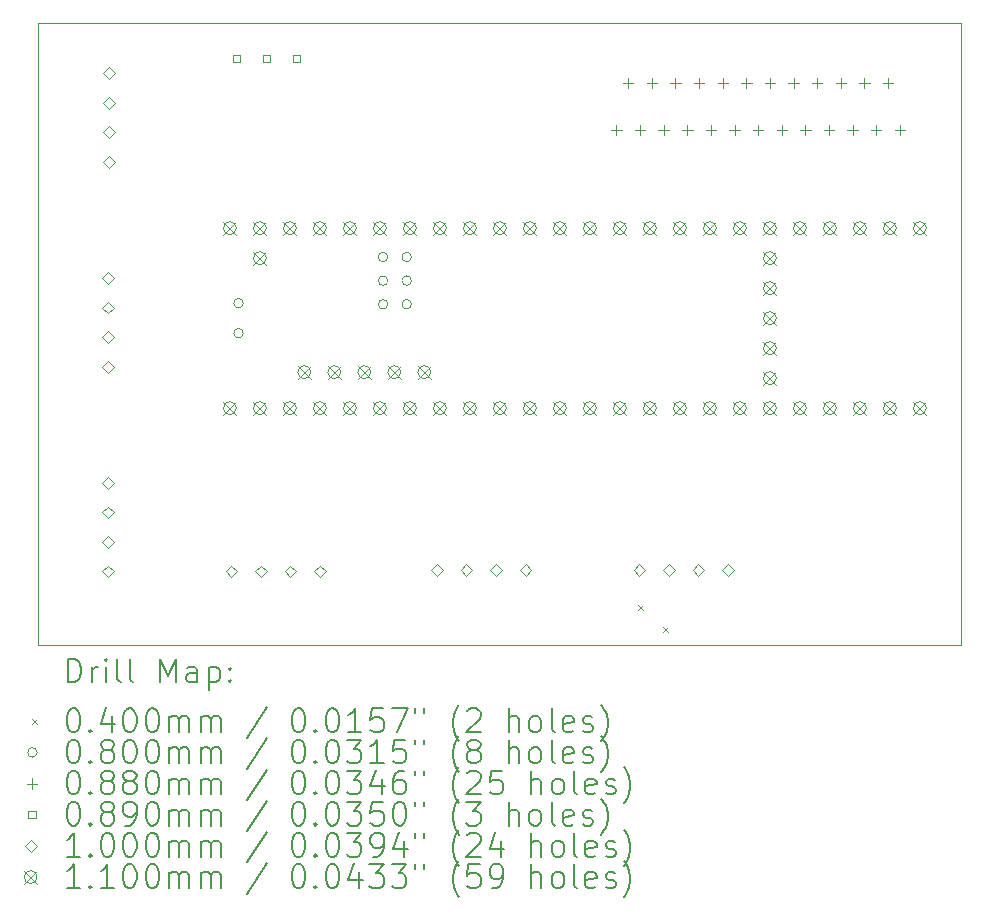
<source format=gbr>
%TF.GenerationSoftware,KiCad,Pcbnew,7.0.7*%
%TF.CreationDate,2024-02-01T19:36:25-05:00*%
%TF.ProjectId,500g Bot Design-2024-01-21,35303067-2042-46f7-9420-44657369676e,rev?*%
%TF.SameCoordinates,Original*%
%TF.FileFunction,Drillmap*%
%TF.FilePolarity,Positive*%
%FSLAX45Y45*%
G04 Gerber Fmt 4.5, Leading zero omitted, Abs format (unit mm)*
G04 Created by KiCad (PCBNEW 7.0.7) date 2024-02-01 19:36:25*
%MOMM*%
%LPD*%
G01*
G04 APERTURE LIST*
%ADD10C,0.100000*%
%ADD11C,0.200000*%
%ADD12C,0.040000*%
%ADD13C,0.080000*%
%ADD14C,0.088000*%
%ADD15C,0.089000*%
%ADD16C,0.110000*%
G04 APERTURE END LIST*
D10*
X5300000Y-7750000D02*
X13120000Y-7750000D01*
X13120000Y-13020000D01*
X5300000Y-13020000D01*
X5300000Y-7750000D01*
D11*
D12*
X10381300Y-12680000D02*
X10421300Y-12720000D01*
X10421300Y-12680000D02*
X10381300Y-12720000D01*
X10597200Y-12870500D02*
X10637200Y-12910500D01*
X10637200Y-12870500D02*
X10597200Y-12910500D01*
D13*
X7040000Y-10126000D02*
G75*
G03*
X7040000Y-10126000I-40000J0D01*
G01*
X7040000Y-10380000D02*
G75*
G03*
X7040000Y-10380000I-40000J0D01*
G01*
X8264000Y-9734840D02*
G75*
G03*
X8264000Y-9734840I-40000J0D01*
G01*
X8264000Y-9934840D02*
G75*
G03*
X8264000Y-9934840I-40000J0D01*
G01*
X8264000Y-10134840D02*
G75*
G03*
X8264000Y-10134840I-40000J0D01*
G01*
X8464000Y-9734840D02*
G75*
G03*
X8464000Y-9734840I-40000J0D01*
G01*
X8464000Y-9934840D02*
G75*
G03*
X8464000Y-9934840I-40000J0D01*
G01*
X8464000Y-10134840D02*
G75*
G03*
X8464000Y-10134840I-40000J0D01*
G01*
D14*
X10200000Y-8616000D02*
X10200000Y-8704000D01*
X10156000Y-8660000D02*
X10244000Y-8660000D01*
X10300000Y-8216000D02*
X10300000Y-8304000D01*
X10256000Y-8260000D02*
X10344000Y-8260000D01*
X10400000Y-8616000D02*
X10400000Y-8704000D01*
X10356000Y-8660000D02*
X10444000Y-8660000D01*
X10500000Y-8216000D02*
X10500000Y-8304000D01*
X10456000Y-8260000D02*
X10544000Y-8260000D01*
X10600000Y-8616000D02*
X10600000Y-8704000D01*
X10556000Y-8660000D02*
X10644000Y-8660000D01*
X10700000Y-8216000D02*
X10700000Y-8304000D01*
X10656000Y-8260000D02*
X10744000Y-8260000D01*
X10800000Y-8616000D02*
X10800000Y-8704000D01*
X10756000Y-8660000D02*
X10844000Y-8660000D01*
X10900000Y-8216000D02*
X10900000Y-8304000D01*
X10856000Y-8260000D02*
X10944000Y-8260000D01*
X11000000Y-8616000D02*
X11000000Y-8704000D01*
X10956000Y-8660000D02*
X11044000Y-8660000D01*
X11100000Y-8216000D02*
X11100000Y-8304000D01*
X11056000Y-8260000D02*
X11144000Y-8260000D01*
X11200000Y-8616000D02*
X11200000Y-8704000D01*
X11156000Y-8660000D02*
X11244000Y-8660000D01*
X11300000Y-8216000D02*
X11300000Y-8304000D01*
X11256000Y-8260000D02*
X11344000Y-8260000D01*
X11400000Y-8616000D02*
X11400000Y-8704000D01*
X11356000Y-8660000D02*
X11444000Y-8660000D01*
X11500000Y-8216000D02*
X11500000Y-8304000D01*
X11456000Y-8260000D02*
X11544000Y-8260000D01*
X11600000Y-8616000D02*
X11600000Y-8704000D01*
X11556000Y-8660000D02*
X11644000Y-8660000D01*
X11700000Y-8216000D02*
X11700000Y-8304000D01*
X11656000Y-8260000D02*
X11744000Y-8260000D01*
X11800000Y-8616000D02*
X11800000Y-8704000D01*
X11756000Y-8660000D02*
X11844000Y-8660000D01*
X11900000Y-8216000D02*
X11900000Y-8304000D01*
X11856000Y-8260000D02*
X11944000Y-8260000D01*
X12000000Y-8616000D02*
X12000000Y-8704000D01*
X11956000Y-8660000D02*
X12044000Y-8660000D01*
X12100000Y-8216000D02*
X12100000Y-8304000D01*
X12056000Y-8260000D02*
X12144000Y-8260000D01*
X12200000Y-8616000D02*
X12200000Y-8704000D01*
X12156000Y-8660000D02*
X12244000Y-8660000D01*
X12300000Y-8216000D02*
X12300000Y-8304000D01*
X12256000Y-8260000D02*
X12344000Y-8260000D01*
X12400000Y-8616000D02*
X12400000Y-8704000D01*
X12356000Y-8660000D02*
X12444000Y-8660000D01*
X12500000Y-8216000D02*
X12500000Y-8304000D01*
X12456000Y-8260000D02*
X12544000Y-8260000D01*
X12600000Y-8616000D02*
X12600000Y-8704000D01*
X12556000Y-8660000D02*
X12644000Y-8660000D01*
D15*
X7016467Y-8083267D02*
X7016467Y-8020333D01*
X6953533Y-8020333D01*
X6953533Y-8083267D01*
X7016467Y-8083267D01*
X7270467Y-8083267D02*
X7270467Y-8020333D01*
X7207533Y-8020333D01*
X7207533Y-8083267D01*
X7270467Y-8083267D01*
X7524467Y-8083267D02*
X7524467Y-8020333D01*
X7461533Y-8020333D01*
X7461533Y-8083267D01*
X7524467Y-8083267D01*
D10*
X5892800Y-9963110D02*
X5942800Y-9913110D01*
X5892800Y-9863110D01*
X5842800Y-9913110D01*
X5892800Y-9963110D01*
X5892800Y-10213110D02*
X5942800Y-10163110D01*
X5892800Y-10113110D01*
X5842800Y-10163110D01*
X5892800Y-10213110D01*
X5892800Y-10463110D02*
X5942800Y-10413110D01*
X5892800Y-10363110D01*
X5842800Y-10413110D01*
X5892800Y-10463110D01*
X5892800Y-10713110D02*
X5942800Y-10663110D01*
X5892800Y-10613110D01*
X5842800Y-10663110D01*
X5892800Y-10713110D01*
X5892800Y-11697420D02*
X5942800Y-11647420D01*
X5892800Y-11597420D01*
X5842800Y-11647420D01*
X5892800Y-11697420D01*
X5892800Y-11947420D02*
X5942800Y-11897420D01*
X5892800Y-11847420D01*
X5842800Y-11897420D01*
X5892800Y-11947420D01*
X5892800Y-12197420D02*
X5942800Y-12147420D01*
X5892800Y-12097420D01*
X5842800Y-12147420D01*
X5892800Y-12197420D01*
X5892800Y-12447420D02*
X5942800Y-12397420D01*
X5892800Y-12347420D01*
X5842800Y-12397420D01*
X5892800Y-12447420D01*
X5903800Y-8228100D02*
X5953800Y-8178100D01*
X5903800Y-8128100D01*
X5853800Y-8178100D01*
X5903800Y-8228100D01*
X5903800Y-8478100D02*
X5953800Y-8428100D01*
X5903800Y-8378100D01*
X5853800Y-8428100D01*
X5903800Y-8478100D01*
X5903800Y-8728100D02*
X5953800Y-8678100D01*
X5903800Y-8628100D01*
X5853800Y-8678100D01*
X5903800Y-8728100D01*
X5903800Y-8978100D02*
X5953800Y-8928100D01*
X5903800Y-8878100D01*
X5853800Y-8928100D01*
X5903800Y-8978100D01*
X6940200Y-12446900D02*
X6990200Y-12396900D01*
X6940200Y-12346900D01*
X6890200Y-12396900D01*
X6940200Y-12446900D01*
X7190200Y-12446900D02*
X7240200Y-12396900D01*
X7190200Y-12346900D01*
X7140200Y-12396900D01*
X7190200Y-12446900D01*
X7440200Y-12446900D02*
X7490200Y-12396900D01*
X7440200Y-12346900D01*
X7390200Y-12396900D01*
X7440200Y-12446900D01*
X7690200Y-12446900D02*
X7740200Y-12396900D01*
X7690200Y-12346900D01*
X7640200Y-12396900D01*
X7690200Y-12446900D01*
X8680100Y-12434200D02*
X8730100Y-12384200D01*
X8680100Y-12334200D01*
X8630100Y-12384200D01*
X8680100Y-12434200D01*
X8930100Y-12434200D02*
X8980100Y-12384200D01*
X8930100Y-12334200D01*
X8880100Y-12384200D01*
X8930100Y-12434200D01*
X9180100Y-12434200D02*
X9230100Y-12384200D01*
X9180100Y-12334200D01*
X9130100Y-12384200D01*
X9180100Y-12434200D01*
X9430100Y-12434200D02*
X9480100Y-12384200D01*
X9430100Y-12334200D01*
X9380100Y-12384200D01*
X9430100Y-12434200D01*
X10394600Y-12434200D02*
X10444600Y-12384200D01*
X10394600Y-12334200D01*
X10344600Y-12384200D01*
X10394600Y-12434200D01*
X10644600Y-12434200D02*
X10694600Y-12384200D01*
X10644600Y-12334200D01*
X10594600Y-12384200D01*
X10644600Y-12434200D01*
X10894600Y-12434200D02*
X10944600Y-12384200D01*
X10894600Y-12334200D01*
X10844600Y-12384200D01*
X10894600Y-12434200D01*
X11144600Y-12434200D02*
X11194600Y-12384200D01*
X11144600Y-12334200D01*
X11094600Y-12384200D01*
X11144600Y-12434200D01*
D16*
X6872000Y-9436000D02*
X6982000Y-9546000D01*
X6982000Y-9436000D02*
X6872000Y-9546000D01*
X6982000Y-9491000D02*
G75*
G03*
X6982000Y-9491000I-55000J0D01*
G01*
X6872000Y-10960000D02*
X6982000Y-11070000D01*
X6982000Y-10960000D02*
X6872000Y-11070000D01*
X6982000Y-11015000D02*
G75*
G03*
X6982000Y-11015000I-55000J0D01*
G01*
X7126000Y-9436000D02*
X7236000Y-9546000D01*
X7236000Y-9436000D02*
X7126000Y-9546000D01*
X7236000Y-9491000D02*
G75*
G03*
X7236000Y-9491000I-55000J0D01*
G01*
X7126000Y-9690000D02*
X7236000Y-9800000D01*
X7236000Y-9690000D02*
X7126000Y-9800000D01*
X7236000Y-9745000D02*
G75*
G03*
X7236000Y-9745000I-55000J0D01*
G01*
X7126000Y-10960000D02*
X7236000Y-11070000D01*
X7236000Y-10960000D02*
X7126000Y-11070000D01*
X7236000Y-11015000D02*
G75*
G03*
X7236000Y-11015000I-55000J0D01*
G01*
X7380000Y-9436000D02*
X7490000Y-9546000D01*
X7490000Y-9436000D02*
X7380000Y-9546000D01*
X7490000Y-9491000D02*
G75*
G03*
X7490000Y-9491000I-55000J0D01*
G01*
X7380000Y-10960000D02*
X7490000Y-11070000D01*
X7490000Y-10960000D02*
X7380000Y-11070000D01*
X7490000Y-11015000D02*
G75*
G03*
X7490000Y-11015000I-55000J0D01*
G01*
X7501920Y-10654920D02*
X7611920Y-10764920D01*
X7611920Y-10654920D02*
X7501920Y-10764920D01*
X7611920Y-10709920D02*
G75*
G03*
X7611920Y-10709920I-55000J0D01*
G01*
X7634000Y-9436000D02*
X7744000Y-9546000D01*
X7744000Y-9436000D02*
X7634000Y-9546000D01*
X7744000Y-9491000D02*
G75*
G03*
X7744000Y-9491000I-55000J0D01*
G01*
X7634000Y-10960000D02*
X7744000Y-11070000D01*
X7744000Y-10960000D02*
X7634000Y-11070000D01*
X7744000Y-11015000D02*
G75*
G03*
X7744000Y-11015000I-55000J0D01*
G01*
X7755920Y-10654920D02*
X7865920Y-10764920D01*
X7865920Y-10654920D02*
X7755920Y-10764920D01*
X7865920Y-10709920D02*
G75*
G03*
X7865920Y-10709920I-55000J0D01*
G01*
X7888000Y-9436000D02*
X7998000Y-9546000D01*
X7998000Y-9436000D02*
X7888000Y-9546000D01*
X7998000Y-9491000D02*
G75*
G03*
X7998000Y-9491000I-55000J0D01*
G01*
X7888000Y-10960000D02*
X7998000Y-11070000D01*
X7998000Y-10960000D02*
X7888000Y-11070000D01*
X7998000Y-11015000D02*
G75*
G03*
X7998000Y-11015000I-55000J0D01*
G01*
X8009920Y-10654920D02*
X8119920Y-10764920D01*
X8119920Y-10654920D02*
X8009920Y-10764920D01*
X8119920Y-10709920D02*
G75*
G03*
X8119920Y-10709920I-55000J0D01*
G01*
X8142000Y-9436000D02*
X8252000Y-9546000D01*
X8252000Y-9436000D02*
X8142000Y-9546000D01*
X8252000Y-9491000D02*
G75*
G03*
X8252000Y-9491000I-55000J0D01*
G01*
X8142000Y-10960000D02*
X8252000Y-11070000D01*
X8252000Y-10960000D02*
X8142000Y-11070000D01*
X8252000Y-11015000D02*
G75*
G03*
X8252000Y-11015000I-55000J0D01*
G01*
X8263920Y-10654920D02*
X8373920Y-10764920D01*
X8373920Y-10654920D02*
X8263920Y-10764920D01*
X8373920Y-10709920D02*
G75*
G03*
X8373920Y-10709920I-55000J0D01*
G01*
X8396000Y-9436000D02*
X8506000Y-9546000D01*
X8506000Y-9436000D02*
X8396000Y-9546000D01*
X8506000Y-9491000D02*
G75*
G03*
X8506000Y-9491000I-55000J0D01*
G01*
X8396000Y-10960000D02*
X8506000Y-11070000D01*
X8506000Y-10960000D02*
X8396000Y-11070000D01*
X8506000Y-11015000D02*
G75*
G03*
X8506000Y-11015000I-55000J0D01*
G01*
X8517920Y-10654920D02*
X8627920Y-10764920D01*
X8627920Y-10654920D02*
X8517920Y-10764920D01*
X8627920Y-10709920D02*
G75*
G03*
X8627920Y-10709920I-55000J0D01*
G01*
X8650000Y-9436000D02*
X8760000Y-9546000D01*
X8760000Y-9436000D02*
X8650000Y-9546000D01*
X8760000Y-9491000D02*
G75*
G03*
X8760000Y-9491000I-55000J0D01*
G01*
X8650000Y-10960000D02*
X8760000Y-11070000D01*
X8760000Y-10960000D02*
X8650000Y-11070000D01*
X8760000Y-11015000D02*
G75*
G03*
X8760000Y-11015000I-55000J0D01*
G01*
X8904000Y-9436000D02*
X9014000Y-9546000D01*
X9014000Y-9436000D02*
X8904000Y-9546000D01*
X9014000Y-9491000D02*
G75*
G03*
X9014000Y-9491000I-55000J0D01*
G01*
X8904000Y-10960000D02*
X9014000Y-11070000D01*
X9014000Y-10960000D02*
X8904000Y-11070000D01*
X9014000Y-11015000D02*
G75*
G03*
X9014000Y-11015000I-55000J0D01*
G01*
X9158000Y-9436000D02*
X9268000Y-9546000D01*
X9268000Y-9436000D02*
X9158000Y-9546000D01*
X9268000Y-9491000D02*
G75*
G03*
X9268000Y-9491000I-55000J0D01*
G01*
X9158000Y-10960000D02*
X9268000Y-11070000D01*
X9268000Y-10960000D02*
X9158000Y-11070000D01*
X9268000Y-11015000D02*
G75*
G03*
X9268000Y-11015000I-55000J0D01*
G01*
X9412000Y-9436000D02*
X9522000Y-9546000D01*
X9522000Y-9436000D02*
X9412000Y-9546000D01*
X9522000Y-9491000D02*
G75*
G03*
X9522000Y-9491000I-55000J0D01*
G01*
X9412000Y-10960000D02*
X9522000Y-11070000D01*
X9522000Y-10960000D02*
X9412000Y-11070000D01*
X9522000Y-11015000D02*
G75*
G03*
X9522000Y-11015000I-55000J0D01*
G01*
X9666000Y-9436000D02*
X9776000Y-9546000D01*
X9776000Y-9436000D02*
X9666000Y-9546000D01*
X9776000Y-9491000D02*
G75*
G03*
X9776000Y-9491000I-55000J0D01*
G01*
X9666000Y-10960000D02*
X9776000Y-11070000D01*
X9776000Y-10960000D02*
X9666000Y-11070000D01*
X9776000Y-11015000D02*
G75*
G03*
X9776000Y-11015000I-55000J0D01*
G01*
X9920000Y-9436000D02*
X10030000Y-9546000D01*
X10030000Y-9436000D02*
X9920000Y-9546000D01*
X10030000Y-9491000D02*
G75*
G03*
X10030000Y-9491000I-55000J0D01*
G01*
X9920000Y-10960000D02*
X10030000Y-11070000D01*
X10030000Y-10960000D02*
X9920000Y-11070000D01*
X10030000Y-11015000D02*
G75*
G03*
X10030000Y-11015000I-55000J0D01*
G01*
X10174000Y-9436000D02*
X10284000Y-9546000D01*
X10284000Y-9436000D02*
X10174000Y-9546000D01*
X10284000Y-9491000D02*
G75*
G03*
X10284000Y-9491000I-55000J0D01*
G01*
X10174000Y-10960000D02*
X10284000Y-11070000D01*
X10284000Y-10960000D02*
X10174000Y-11070000D01*
X10284000Y-11015000D02*
G75*
G03*
X10284000Y-11015000I-55000J0D01*
G01*
X10428000Y-9436000D02*
X10538000Y-9546000D01*
X10538000Y-9436000D02*
X10428000Y-9546000D01*
X10538000Y-9491000D02*
G75*
G03*
X10538000Y-9491000I-55000J0D01*
G01*
X10428000Y-10960000D02*
X10538000Y-11070000D01*
X10538000Y-10960000D02*
X10428000Y-11070000D01*
X10538000Y-11015000D02*
G75*
G03*
X10538000Y-11015000I-55000J0D01*
G01*
X10682000Y-9436000D02*
X10792000Y-9546000D01*
X10792000Y-9436000D02*
X10682000Y-9546000D01*
X10792000Y-9491000D02*
G75*
G03*
X10792000Y-9491000I-55000J0D01*
G01*
X10682000Y-10960000D02*
X10792000Y-11070000D01*
X10792000Y-10960000D02*
X10682000Y-11070000D01*
X10792000Y-11015000D02*
G75*
G03*
X10792000Y-11015000I-55000J0D01*
G01*
X10936000Y-9436000D02*
X11046000Y-9546000D01*
X11046000Y-9436000D02*
X10936000Y-9546000D01*
X11046000Y-9491000D02*
G75*
G03*
X11046000Y-9491000I-55000J0D01*
G01*
X10936000Y-10960000D02*
X11046000Y-11070000D01*
X11046000Y-10960000D02*
X10936000Y-11070000D01*
X11046000Y-11015000D02*
G75*
G03*
X11046000Y-11015000I-55000J0D01*
G01*
X11190000Y-9436000D02*
X11300000Y-9546000D01*
X11300000Y-9436000D02*
X11190000Y-9546000D01*
X11300000Y-9491000D02*
G75*
G03*
X11300000Y-9491000I-55000J0D01*
G01*
X11190000Y-10960000D02*
X11300000Y-11070000D01*
X11300000Y-10960000D02*
X11190000Y-11070000D01*
X11300000Y-11015000D02*
G75*
G03*
X11300000Y-11015000I-55000J0D01*
G01*
X11444000Y-9436000D02*
X11554000Y-9546000D01*
X11554000Y-9436000D02*
X11444000Y-9546000D01*
X11554000Y-9491000D02*
G75*
G03*
X11554000Y-9491000I-55000J0D01*
G01*
X11444000Y-9690000D02*
X11554000Y-9800000D01*
X11554000Y-9690000D02*
X11444000Y-9800000D01*
X11554000Y-9745000D02*
G75*
G03*
X11554000Y-9745000I-55000J0D01*
G01*
X11444000Y-9944000D02*
X11554000Y-10054000D01*
X11554000Y-9944000D02*
X11444000Y-10054000D01*
X11554000Y-9999000D02*
G75*
G03*
X11554000Y-9999000I-55000J0D01*
G01*
X11444000Y-10198000D02*
X11554000Y-10308000D01*
X11554000Y-10198000D02*
X11444000Y-10308000D01*
X11554000Y-10253000D02*
G75*
G03*
X11554000Y-10253000I-55000J0D01*
G01*
X11444000Y-10452000D02*
X11554000Y-10562000D01*
X11554000Y-10452000D02*
X11444000Y-10562000D01*
X11554000Y-10507000D02*
G75*
G03*
X11554000Y-10507000I-55000J0D01*
G01*
X11444000Y-10706000D02*
X11554000Y-10816000D01*
X11554000Y-10706000D02*
X11444000Y-10816000D01*
X11554000Y-10761000D02*
G75*
G03*
X11554000Y-10761000I-55000J0D01*
G01*
X11444000Y-10960000D02*
X11554000Y-11070000D01*
X11554000Y-10960000D02*
X11444000Y-11070000D01*
X11554000Y-11015000D02*
G75*
G03*
X11554000Y-11015000I-55000J0D01*
G01*
X11698000Y-9436000D02*
X11808000Y-9546000D01*
X11808000Y-9436000D02*
X11698000Y-9546000D01*
X11808000Y-9491000D02*
G75*
G03*
X11808000Y-9491000I-55000J0D01*
G01*
X11698000Y-10960000D02*
X11808000Y-11070000D01*
X11808000Y-10960000D02*
X11698000Y-11070000D01*
X11808000Y-11015000D02*
G75*
G03*
X11808000Y-11015000I-55000J0D01*
G01*
X11952000Y-9436000D02*
X12062000Y-9546000D01*
X12062000Y-9436000D02*
X11952000Y-9546000D01*
X12062000Y-9491000D02*
G75*
G03*
X12062000Y-9491000I-55000J0D01*
G01*
X11952000Y-10960000D02*
X12062000Y-11070000D01*
X12062000Y-10960000D02*
X11952000Y-11070000D01*
X12062000Y-11015000D02*
G75*
G03*
X12062000Y-11015000I-55000J0D01*
G01*
X12206000Y-9436000D02*
X12316000Y-9546000D01*
X12316000Y-9436000D02*
X12206000Y-9546000D01*
X12316000Y-9491000D02*
G75*
G03*
X12316000Y-9491000I-55000J0D01*
G01*
X12206000Y-10960000D02*
X12316000Y-11070000D01*
X12316000Y-10960000D02*
X12206000Y-11070000D01*
X12316000Y-11015000D02*
G75*
G03*
X12316000Y-11015000I-55000J0D01*
G01*
X12460000Y-9436000D02*
X12570000Y-9546000D01*
X12570000Y-9436000D02*
X12460000Y-9546000D01*
X12570000Y-9491000D02*
G75*
G03*
X12570000Y-9491000I-55000J0D01*
G01*
X12460000Y-10960000D02*
X12570000Y-11070000D01*
X12570000Y-10960000D02*
X12460000Y-11070000D01*
X12570000Y-11015000D02*
G75*
G03*
X12570000Y-11015000I-55000J0D01*
G01*
X12714000Y-9436000D02*
X12824000Y-9546000D01*
X12824000Y-9436000D02*
X12714000Y-9546000D01*
X12824000Y-9491000D02*
G75*
G03*
X12824000Y-9491000I-55000J0D01*
G01*
X12714000Y-10960000D02*
X12824000Y-11070000D01*
X12824000Y-10960000D02*
X12714000Y-11070000D01*
X12824000Y-11015000D02*
G75*
G03*
X12824000Y-11015000I-55000J0D01*
G01*
D11*
X5555777Y-13336484D02*
X5555777Y-13136484D01*
X5555777Y-13136484D02*
X5603396Y-13136484D01*
X5603396Y-13136484D02*
X5631967Y-13146008D01*
X5631967Y-13146008D02*
X5651015Y-13165055D01*
X5651015Y-13165055D02*
X5660539Y-13184103D01*
X5660539Y-13184103D02*
X5670062Y-13222198D01*
X5670062Y-13222198D02*
X5670062Y-13250769D01*
X5670062Y-13250769D02*
X5660539Y-13288865D01*
X5660539Y-13288865D02*
X5651015Y-13307912D01*
X5651015Y-13307912D02*
X5631967Y-13326960D01*
X5631967Y-13326960D02*
X5603396Y-13336484D01*
X5603396Y-13336484D02*
X5555777Y-13336484D01*
X5755777Y-13336484D02*
X5755777Y-13203150D01*
X5755777Y-13241246D02*
X5765301Y-13222198D01*
X5765301Y-13222198D02*
X5774824Y-13212674D01*
X5774824Y-13212674D02*
X5793872Y-13203150D01*
X5793872Y-13203150D02*
X5812920Y-13203150D01*
X5879586Y-13336484D02*
X5879586Y-13203150D01*
X5879586Y-13136484D02*
X5870062Y-13146008D01*
X5870062Y-13146008D02*
X5879586Y-13155531D01*
X5879586Y-13155531D02*
X5889110Y-13146008D01*
X5889110Y-13146008D02*
X5879586Y-13136484D01*
X5879586Y-13136484D02*
X5879586Y-13155531D01*
X6003396Y-13336484D02*
X5984348Y-13326960D01*
X5984348Y-13326960D02*
X5974824Y-13307912D01*
X5974824Y-13307912D02*
X5974824Y-13136484D01*
X6108158Y-13336484D02*
X6089110Y-13326960D01*
X6089110Y-13326960D02*
X6079586Y-13307912D01*
X6079586Y-13307912D02*
X6079586Y-13136484D01*
X6336729Y-13336484D02*
X6336729Y-13136484D01*
X6336729Y-13136484D02*
X6403396Y-13279341D01*
X6403396Y-13279341D02*
X6470062Y-13136484D01*
X6470062Y-13136484D02*
X6470062Y-13336484D01*
X6651015Y-13336484D02*
X6651015Y-13231722D01*
X6651015Y-13231722D02*
X6641491Y-13212674D01*
X6641491Y-13212674D02*
X6622443Y-13203150D01*
X6622443Y-13203150D02*
X6584348Y-13203150D01*
X6584348Y-13203150D02*
X6565301Y-13212674D01*
X6651015Y-13326960D02*
X6631967Y-13336484D01*
X6631967Y-13336484D02*
X6584348Y-13336484D01*
X6584348Y-13336484D02*
X6565301Y-13326960D01*
X6565301Y-13326960D02*
X6555777Y-13307912D01*
X6555777Y-13307912D02*
X6555777Y-13288865D01*
X6555777Y-13288865D02*
X6565301Y-13269817D01*
X6565301Y-13269817D02*
X6584348Y-13260293D01*
X6584348Y-13260293D02*
X6631967Y-13260293D01*
X6631967Y-13260293D02*
X6651015Y-13250769D01*
X6746253Y-13203150D02*
X6746253Y-13403150D01*
X6746253Y-13212674D02*
X6765301Y-13203150D01*
X6765301Y-13203150D02*
X6803396Y-13203150D01*
X6803396Y-13203150D02*
X6822443Y-13212674D01*
X6822443Y-13212674D02*
X6831967Y-13222198D01*
X6831967Y-13222198D02*
X6841491Y-13241246D01*
X6841491Y-13241246D02*
X6841491Y-13298388D01*
X6841491Y-13298388D02*
X6831967Y-13317436D01*
X6831967Y-13317436D02*
X6822443Y-13326960D01*
X6822443Y-13326960D02*
X6803396Y-13336484D01*
X6803396Y-13336484D02*
X6765301Y-13336484D01*
X6765301Y-13336484D02*
X6746253Y-13326960D01*
X6927205Y-13317436D02*
X6936729Y-13326960D01*
X6936729Y-13326960D02*
X6927205Y-13336484D01*
X6927205Y-13336484D02*
X6917682Y-13326960D01*
X6917682Y-13326960D02*
X6927205Y-13317436D01*
X6927205Y-13317436D02*
X6927205Y-13336484D01*
X6927205Y-13212674D02*
X6936729Y-13222198D01*
X6936729Y-13222198D02*
X6927205Y-13231722D01*
X6927205Y-13231722D02*
X6917682Y-13222198D01*
X6917682Y-13222198D02*
X6927205Y-13212674D01*
X6927205Y-13212674D02*
X6927205Y-13231722D01*
D12*
X5255000Y-13645000D02*
X5295000Y-13685000D01*
X5295000Y-13645000D02*
X5255000Y-13685000D01*
D11*
X5593872Y-13556484D02*
X5612920Y-13556484D01*
X5612920Y-13556484D02*
X5631967Y-13566008D01*
X5631967Y-13566008D02*
X5641491Y-13575531D01*
X5641491Y-13575531D02*
X5651015Y-13594579D01*
X5651015Y-13594579D02*
X5660539Y-13632674D01*
X5660539Y-13632674D02*
X5660539Y-13680293D01*
X5660539Y-13680293D02*
X5651015Y-13718388D01*
X5651015Y-13718388D02*
X5641491Y-13737436D01*
X5641491Y-13737436D02*
X5631967Y-13746960D01*
X5631967Y-13746960D02*
X5612920Y-13756484D01*
X5612920Y-13756484D02*
X5593872Y-13756484D01*
X5593872Y-13756484D02*
X5574824Y-13746960D01*
X5574824Y-13746960D02*
X5565301Y-13737436D01*
X5565301Y-13737436D02*
X5555777Y-13718388D01*
X5555777Y-13718388D02*
X5546253Y-13680293D01*
X5546253Y-13680293D02*
X5546253Y-13632674D01*
X5546253Y-13632674D02*
X5555777Y-13594579D01*
X5555777Y-13594579D02*
X5565301Y-13575531D01*
X5565301Y-13575531D02*
X5574824Y-13566008D01*
X5574824Y-13566008D02*
X5593872Y-13556484D01*
X5746253Y-13737436D02*
X5755777Y-13746960D01*
X5755777Y-13746960D02*
X5746253Y-13756484D01*
X5746253Y-13756484D02*
X5736729Y-13746960D01*
X5736729Y-13746960D02*
X5746253Y-13737436D01*
X5746253Y-13737436D02*
X5746253Y-13756484D01*
X5927205Y-13623150D02*
X5927205Y-13756484D01*
X5879586Y-13546960D02*
X5831967Y-13689817D01*
X5831967Y-13689817D02*
X5955777Y-13689817D01*
X6070062Y-13556484D02*
X6089110Y-13556484D01*
X6089110Y-13556484D02*
X6108158Y-13566008D01*
X6108158Y-13566008D02*
X6117682Y-13575531D01*
X6117682Y-13575531D02*
X6127205Y-13594579D01*
X6127205Y-13594579D02*
X6136729Y-13632674D01*
X6136729Y-13632674D02*
X6136729Y-13680293D01*
X6136729Y-13680293D02*
X6127205Y-13718388D01*
X6127205Y-13718388D02*
X6117682Y-13737436D01*
X6117682Y-13737436D02*
X6108158Y-13746960D01*
X6108158Y-13746960D02*
X6089110Y-13756484D01*
X6089110Y-13756484D02*
X6070062Y-13756484D01*
X6070062Y-13756484D02*
X6051015Y-13746960D01*
X6051015Y-13746960D02*
X6041491Y-13737436D01*
X6041491Y-13737436D02*
X6031967Y-13718388D01*
X6031967Y-13718388D02*
X6022443Y-13680293D01*
X6022443Y-13680293D02*
X6022443Y-13632674D01*
X6022443Y-13632674D02*
X6031967Y-13594579D01*
X6031967Y-13594579D02*
X6041491Y-13575531D01*
X6041491Y-13575531D02*
X6051015Y-13566008D01*
X6051015Y-13566008D02*
X6070062Y-13556484D01*
X6260539Y-13556484D02*
X6279586Y-13556484D01*
X6279586Y-13556484D02*
X6298634Y-13566008D01*
X6298634Y-13566008D02*
X6308158Y-13575531D01*
X6308158Y-13575531D02*
X6317682Y-13594579D01*
X6317682Y-13594579D02*
X6327205Y-13632674D01*
X6327205Y-13632674D02*
X6327205Y-13680293D01*
X6327205Y-13680293D02*
X6317682Y-13718388D01*
X6317682Y-13718388D02*
X6308158Y-13737436D01*
X6308158Y-13737436D02*
X6298634Y-13746960D01*
X6298634Y-13746960D02*
X6279586Y-13756484D01*
X6279586Y-13756484D02*
X6260539Y-13756484D01*
X6260539Y-13756484D02*
X6241491Y-13746960D01*
X6241491Y-13746960D02*
X6231967Y-13737436D01*
X6231967Y-13737436D02*
X6222443Y-13718388D01*
X6222443Y-13718388D02*
X6212920Y-13680293D01*
X6212920Y-13680293D02*
X6212920Y-13632674D01*
X6212920Y-13632674D02*
X6222443Y-13594579D01*
X6222443Y-13594579D02*
X6231967Y-13575531D01*
X6231967Y-13575531D02*
X6241491Y-13566008D01*
X6241491Y-13566008D02*
X6260539Y-13556484D01*
X6412920Y-13756484D02*
X6412920Y-13623150D01*
X6412920Y-13642198D02*
X6422443Y-13632674D01*
X6422443Y-13632674D02*
X6441491Y-13623150D01*
X6441491Y-13623150D02*
X6470063Y-13623150D01*
X6470063Y-13623150D02*
X6489110Y-13632674D01*
X6489110Y-13632674D02*
X6498634Y-13651722D01*
X6498634Y-13651722D02*
X6498634Y-13756484D01*
X6498634Y-13651722D02*
X6508158Y-13632674D01*
X6508158Y-13632674D02*
X6527205Y-13623150D01*
X6527205Y-13623150D02*
X6555777Y-13623150D01*
X6555777Y-13623150D02*
X6574824Y-13632674D01*
X6574824Y-13632674D02*
X6584348Y-13651722D01*
X6584348Y-13651722D02*
X6584348Y-13756484D01*
X6679586Y-13756484D02*
X6679586Y-13623150D01*
X6679586Y-13642198D02*
X6689110Y-13632674D01*
X6689110Y-13632674D02*
X6708158Y-13623150D01*
X6708158Y-13623150D02*
X6736729Y-13623150D01*
X6736729Y-13623150D02*
X6755777Y-13632674D01*
X6755777Y-13632674D02*
X6765301Y-13651722D01*
X6765301Y-13651722D02*
X6765301Y-13756484D01*
X6765301Y-13651722D02*
X6774824Y-13632674D01*
X6774824Y-13632674D02*
X6793872Y-13623150D01*
X6793872Y-13623150D02*
X6822443Y-13623150D01*
X6822443Y-13623150D02*
X6841491Y-13632674D01*
X6841491Y-13632674D02*
X6851015Y-13651722D01*
X6851015Y-13651722D02*
X6851015Y-13756484D01*
X7241491Y-13546960D02*
X7070063Y-13804103D01*
X7498634Y-13556484D02*
X7517682Y-13556484D01*
X7517682Y-13556484D02*
X7536729Y-13566008D01*
X7536729Y-13566008D02*
X7546253Y-13575531D01*
X7546253Y-13575531D02*
X7555777Y-13594579D01*
X7555777Y-13594579D02*
X7565301Y-13632674D01*
X7565301Y-13632674D02*
X7565301Y-13680293D01*
X7565301Y-13680293D02*
X7555777Y-13718388D01*
X7555777Y-13718388D02*
X7546253Y-13737436D01*
X7546253Y-13737436D02*
X7536729Y-13746960D01*
X7536729Y-13746960D02*
X7517682Y-13756484D01*
X7517682Y-13756484D02*
X7498634Y-13756484D01*
X7498634Y-13756484D02*
X7479586Y-13746960D01*
X7479586Y-13746960D02*
X7470063Y-13737436D01*
X7470063Y-13737436D02*
X7460539Y-13718388D01*
X7460539Y-13718388D02*
X7451015Y-13680293D01*
X7451015Y-13680293D02*
X7451015Y-13632674D01*
X7451015Y-13632674D02*
X7460539Y-13594579D01*
X7460539Y-13594579D02*
X7470063Y-13575531D01*
X7470063Y-13575531D02*
X7479586Y-13566008D01*
X7479586Y-13566008D02*
X7498634Y-13556484D01*
X7651015Y-13737436D02*
X7660539Y-13746960D01*
X7660539Y-13746960D02*
X7651015Y-13756484D01*
X7651015Y-13756484D02*
X7641491Y-13746960D01*
X7641491Y-13746960D02*
X7651015Y-13737436D01*
X7651015Y-13737436D02*
X7651015Y-13756484D01*
X7784348Y-13556484D02*
X7803396Y-13556484D01*
X7803396Y-13556484D02*
X7822444Y-13566008D01*
X7822444Y-13566008D02*
X7831967Y-13575531D01*
X7831967Y-13575531D02*
X7841491Y-13594579D01*
X7841491Y-13594579D02*
X7851015Y-13632674D01*
X7851015Y-13632674D02*
X7851015Y-13680293D01*
X7851015Y-13680293D02*
X7841491Y-13718388D01*
X7841491Y-13718388D02*
X7831967Y-13737436D01*
X7831967Y-13737436D02*
X7822444Y-13746960D01*
X7822444Y-13746960D02*
X7803396Y-13756484D01*
X7803396Y-13756484D02*
X7784348Y-13756484D01*
X7784348Y-13756484D02*
X7765301Y-13746960D01*
X7765301Y-13746960D02*
X7755777Y-13737436D01*
X7755777Y-13737436D02*
X7746253Y-13718388D01*
X7746253Y-13718388D02*
X7736729Y-13680293D01*
X7736729Y-13680293D02*
X7736729Y-13632674D01*
X7736729Y-13632674D02*
X7746253Y-13594579D01*
X7746253Y-13594579D02*
X7755777Y-13575531D01*
X7755777Y-13575531D02*
X7765301Y-13566008D01*
X7765301Y-13566008D02*
X7784348Y-13556484D01*
X8041491Y-13756484D02*
X7927206Y-13756484D01*
X7984348Y-13756484D02*
X7984348Y-13556484D01*
X7984348Y-13556484D02*
X7965301Y-13585055D01*
X7965301Y-13585055D02*
X7946253Y-13604103D01*
X7946253Y-13604103D02*
X7927206Y-13613627D01*
X8222444Y-13556484D02*
X8127206Y-13556484D01*
X8127206Y-13556484D02*
X8117682Y-13651722D01*
X8117682Y-13651722D02*
X8127206Y-13642198D01*
X8127206Y-13642198D02*
X8146253Y-13632674D01*
X8146253Y-13632674D02*
X8193872Y-13632674D01*
X8193872Y-13632674D02*
X8212920Y-13642198D01*
X8212920Y-13642198D02*
X8222444Y-13651722D01*
X8222444Y-13651722D02*
X8231967Y-13670769D01*
X8231967Y-13670769D02*
X8231967Y-13718388D01*
X8231967Y-13718388D02*
X8222444Y-13737436D01*
X8222444Y-13737436D02*
X8212920Y-13746960D01*
X8212920Y-13746960D02*
X8193872Y-13756484D01*
X8193872Y-13756484D02*
X8146253Y-13756484D01*
X8146253Y-13756484D02*
X8127206Y-13746960D01*
X8127206Y-13746960D02*
X8117682Y-13737436D01*
X8298634Y-13556484D02*
X8431968Y-13556484D01*
X8431968Y-13556484D02*
X8346253Y-13756484D01*
X8498634Y-13556484D02*
X8498634Y-13594579D01*
X8574825Y-13556484D02*
X8574825Y-13594579D01*
X8870063Y-13832674D02*
X8860539Y-13823150D01*
X8860539Y-13823150D02*
X8841491Y-13794579D01*
X8841491Y-13794579D02*
X8831968Y-13775531D01*
X8831968Y-13775531D02*
X8822444Y-13746960D01*
X8822444Y-13746960D02*
X8812920Y-13699341D01*
X8812920Y-13699341D02*
X8812920Y-13661246D01*
X8812920Y-13661246D02*
X8822444Y-13613627D01*
X8822444Y-13613627D02*
X8831968Y-13585055D01*
X8831968Y-13585055D02*
X8841491Y-13566008D01*
X8841491Y-13566008D02*
X8860539Y-13537436D01*
X8860539Y-13537436D02*
X8870063Y-13527912D01*
X8936730Y-13575531D02*
X8946253Y-13566008D01*
X8946253Y-13566008D02*
X8965301Y-13556484D01*
X8965301Y-13556484D02*
X9012920Y-13556484D01*
X9012920Y-13556484D02*
X9031968Y-13566008D01*
X9031968Y-13566008D02*
X9041491Y-13575531D01*
X9041491Y-13575531D02*
X9051015Y-13594579D01*
X9051015Y-13594579D02*
X9051015Y-13613627D01*
X9051015Y-13613627D02*
X9041491Y-13642198D01*
X9041491Y-13642198D02*
X8927206Y-13756484D01*
X8927206Y-13756484D02*
X9051015Y-13756484D01*
X9289111Y-13756484D02*
X9289111Y-13556484D01*
X9374825Y-13756484D02*
X9374825Y-13651722D01*
X9374825Y-13651722D02*
X9365301Y-13632674D01*
X9365301Y-13632674D02*
X9346253Y-13623150D01*
X9346253Y-13623150D02*
X9317682Y-13623150D01*
X9317682Y-13623150D02*
X9298634Y-13632674D01*
X9298634Y-13632674D02*
X9289111Y-13642198D01*
X9498634Y-13756484D02*
X9479587Y-13746960D01*
X9479587Y-13746960D02*
X9470063Y-13737436D01*
X9470063Y-13737436D02*
X9460539Y-13718388D01*
X9460539Y-13718388D02*
X9460539Y-13661246D01*
X9460539Y-13661246D02*
X9470063Y-13642198D01*
X9470063Y-13642198D02*
X9479587Y-13632674D01*
X9479587Y-13632674D02*
X9498634Y-13623150D01*
X9498634Y-13623150D02*
X9527206Y-13623150D01*
X9527206Y-13623150D02*
X9546253Y-13632674D01*
X9546253Y-13632674D02*
X9555777Y-13642198D01*
X9555777Y-13642198D02*
X9565301Y-13661246D01*
X9565301Y-13661246D02*
X9565301Y-13718388D01*
X9565301Y-13718388D02*
X9555777Y-13737436D01*
X9555777Y-13737436D02*
X9546253Y-13746960D01*
X9546253Y-13746960D02*
X9527206Y-13756484D01*
X9527206Y-13756484D02*
X9498634Y-13756484D01*
X9679587Y-13756484D02*
X9660539Y-13746960D01*
X9660539Y-13746960D02*
X9651015Y-13727912D01*
X9651015Y-13727912D02*
X9651015Y-13556484D01*
X9831968Y-13746960D02*
X9812920Y-13756484D01*
X9812920Y-13756484D02*
X9774825Y-13756484D01*
X9774825Y-13756484D02*
X9755777Y-13746960D01*
X9755777Y-13746960D02*
X9746253Y-13727912D01*
X9746253Y-13727912D02*
X9746253Y-13651722D01*
X9746253Y-13651722D02*
X9755777Y-13632674D01*
X9755777Y-13632674D02*
X9774825Y-13623150D01*
X9774825Y-13623150D02*
X9812920Y-13623150D01*
X9812920Y-13623150D02*
X9831968Y-13632674D01*
X9831968Y-13632674D02*
X9841492Y-13651722D01*
X9841492Y-13651722D02*
X9841492Y-13670769D01*
X9841492Y-13670769D02*
X9746253Y-13689817D01*
X9917682Y-13746960D02*
X9936730Y-13756484D01*
X9936730Y-13756484D02*
X9974825Y-13756484D01*
X9974825Y-13756484D02*
X9993873Y-13746960D01*
X9993873Y-13746960D02*
X10003396Y-13727912D01*
X10003396Y-13727912D02*
X10003396Y-13718388D01*
X10003396Y-13718388D02*
X9993873Y-13699341D01*
X9993873Y-13699341D02*
X9974825Y-13689817D01*
X9974825Y-13689817D02*
X9946253Y-13689817D01*
X9946253Y-13689817D02*
X9927206Y-13680293D01*
X9927206Y-13680293D02*
X9917682Y-13661246D01*
X9917682Y-13661246D02*
X9917682Y-13651722D01*
X9917682Y-13651722D02*
X9927206Y-13632674D01*
X9927206Y-13632674D02*
X9946253Y-13623150D01*
X9946253Y-13623150D02*
X9974825Y-13623150D01*
X9974825Y-13623150D02*
X9993873Y-13632674D01*
X10070063Y-13832674D02*
X10079587Y-13823150D01*
X10079587Y-13823150D02*
X10098634Y-13794579D01*
X10098634Y-13794579D02*
X10108158Y-13775531D01*
X10108158Y-13775531D02*
X10117682Y-13746960D01*
X10117682Y-13746960D02*
X10127206Y-13699341D01*
X10127206Y-13699341D02*
X10127206Y-13661246D01*
X10127206Y-13661246D02*
X10117682Y-13613627D01*
X10117682Y-13613627D02*
X10108158Y-13585055D01*
X10108158Y-13585055D02*
X10098634Y-13566008D01*
X10098634Y-13566008D02*
X10079587Y-13537436D01*
X10079587Y-13537436D02*
X10070063Y-13527912D01*
D13*
X5295000Y-13929000D02*
G75*
G03*
X5295000Y-13929000I-40000J0D01*
G01*
D11*
X5593872Y-13820484D02*
X5612920Y-13820484D01*
X5612920Y-13820484D02*
X5631967Y-13830008D01*
X5631967Y-13830008D02*
X5641491Y-13839531D01*
X5641491Y-13839531D02*
X5651015Y-13858579D01*
X5651015Y-13858579D02*
X5660539Y-13896674D01*
X5660539Y-13896674D02*
X5660539Y-13944293D01*
X5660539Y-13944293D02*
X5651015Y-13982388D01*
X5651015Y-13982388D02*
X5641491Y-14001436D01*
X5641491Y-14001436D02*
X5631967Y-14010960D01*
X5631967Y-14010960D02*
X5612920Y-14020484D01*
X5612920Y-14020484D02*
X5593872Y-14020484D01*
X5593872Y-14020484D02*
X5574824Y-14010960D01*
X5574824Y-14010960D02*
X5565301Y-14001436D01*
X5565301Y-14001436D02*
X5555777Y-13982388D01*
X5555777Y-13982388D02*
X5546253Y-13944293D01*
X5546253Y-13944293D02*
X5546253Y-13896674D01*
X5546253Y-13896674D02*
X5555777Y-13858579D01*
X5555777Y-13858579D02*
X5565301Y-13839531D01*
X5565301Y-13839531D02*
X5574824Y-13830008D01*
X5574824Y-13830008D02*
X5593872Y-13820484D01*
X5746253Y-14001436D02*
X5755777Y-14010960D01*
X5755777Y-14010960D02*
X5746253Y-14020484D01*
X5746253Y-14020484D02*
X5736729Y-14010960D01*
X5736729Y-14010960D02*
X5746253Y-14001436D01*
X5746253Y-14001436D02*
X5746253Y-14020484D01*
X5870062Y-13906198D02*
X5851015Y-13896674D01*
X5851015Y-13896674D02*
X5841491Y-13887150D01*
X5841491Y-13887150D02*
X5831967Y-13868103D01*
X5831967Y-13868103D02*
X5831967Y-13858579D01*
X5831967Y-13858579D02*
X5841491Y-13839531D01*
X5841491Y-13839531D02*
X5851015Y-13830008D01*
X5851015Y-13830008D02*
X5870062Y-13820484D01*
X5870062Y-13820484D02*
X5908158Y-13820484D01*
X5908158Y-13820484D02*
X5927205Y-13830008D01*
X5927205Y-13830008D02*
X5936729Y-13839531D01*
X5936729Y-13839531D02*
X5946253Y-13858579D01*
X5946253Y-13858579D02*
X5946253Y-13868103D01*
X5946253Y-13868103D02*
X5936729Y-13887150D01*
X5936729Y-13887150D02*
X5927205Y-13896674D01*
X5927205Y-13896674D02*
X5908158Y-13906198D01*
X5908158Y-13906198D02*
X5870062Y-13906198D01*
X5870062Y-13906198D02*
X5851015Y-13915722D01*
X5851015Y-13915722D02*
X5841491Y-13925246D01*
X5841491Y-13925246D02*
X5831967Y-13944293D01*
X5831967Y-13944293D02*
X5831967Y-13982388D01*
X5831967Y-13982388D02*
X5841491Y-14001436D01*
X5841491Y-14001436D02*
X5851015Y-14010960D01*
X5851015Y-14010960D02*
X5870062Y-14020484D01*
X5870062Y-14020484D02*
X5908158Y-14020484D01*
X5908158Y-14020484D02*
X5927205Y-14010960D01*
X5927205Y-14010960D02*
X5936729Y-14001436D01*
X5936729Y-14001436D02*
X5946253Y-13982388D01*
X5946253Y-13982388D02*
X5946253Y-13944293D01*
X5946253Y-13944293D02*
X5936729Y-13925246D01*
X5936729Y-13925246D02*
X5927205Y-13915722D01*
X5927205Y-13915722D02*
X5908158Y-13906198D01*
X6070062Y-13820484D02*
X6089110Y-13820484D01*
X6089110Y-13820484D02*
X6108158Y-13830008D01*
X6108158Y-13830008D02*
X6117682Y-13839531D01*
X6117682Y-13839531D02*
X6127205Y-13858579D01*
X6127205Y-13858579D02*
X6136729Y-13896674D01*
X6136729Y-13896674D02*
X6136729Y-13944293D01*
X6136729Y-13944293D02*
X6127205Y-13982388D01*
X6127205Y-13982388D02*
X6117682Y-14001436D01*
X6117682Y-14001436D02*
X6108158Y-14010960D01*
X6108158Y-14010960D02*
X6089110Y-14020484D01*
X6089110Y-14020484D02*
X6070062Y-14020484D01*
X6070062Y-14020484D02*
X6051015Y-14010960D01*
X6051015Y-14010960D02*
X6041491Y-14001436D01*
X6041491Y-14001436D02*
X6031967Y-13982388D01*
X6031967Y-13982388D02*
X6022443Y-13944293D01*
X6022443Y-13944293D02*
X6022443Y-13896674D01*
X6022443Y-13896674D02*
X6031967Y-13858579D01*
X6031967Y-13858579D02*
X6041491Y-13839531D01*
X6041491Y-13839531D02*
X6051015Y-13830008D01*
X6051015Y-13830008D02*
X6070062Y-13820484D01*
X6260539Y-13820484D02*
X6279586Y-13820484D01*
X6279586Y-13820484D02*
X6298634Y-13830008D01*
X6298634Y-13830008D02*
X6308158Y-13839531D01*
X6308158Y-13839531D02*
X6317682Y-13858579D01*
X6317682Y-13858579D02*
X6327205Y-13896674D01*
X6327205Y-13896674D02*
X6327205Y-13944293D01*
X6327205Y-13944293D02*
X6317682Y-13982388D01*
X6317682Y-13982388D02*
X6308158Y-14001436D01*
X6308158Y-14001436D02*
X6298634Y-14010960D01*
X6298634Y-14010960D02*
X6279586Y-14020484D01*
X6279586Y-14020484D02*
X6260539Y-14020484D01*
X6260539Y-14020484D02*
X6241491Y-14010960D01*
X6241491Y-14010960D02*
X6231967Y-14001436D01*
X6231967Y-14001436D02*
X6222443Y-13982388D01*
X6222443Y-13982388D02*
X6212920Y-13944293D01*
X6212920Y-13944293D02*
X6212920Y-13896674D01*
X6212920Y-13896674D02*
X6222443Y-13858579D01*
X6222443Y-13858579D02*
X6231967Y-13839531D01*
X6231967Y-13839531D02*
X6241491Y-13830008D01*
X6241491Y-13830008D02*
X6260539Y-13820484D01*
X6412920Y-14020484D02*
X6412920Y-13887150D01*
X6412920Y-13906198D02*
X6422443Y-13896674D01*
X6422443Y-13896674D02*
X6441491Y-13887150D01*
X6441491Y-13887150D02*
X6470063Y-13887150D01*
X6470063Y-13887150D02*
X6489110Y-13896674D01*
X6489110Y-13896674D02*
X6498634Y-13915722D01*
X6498634Y-13915722D02*
X6498634Y-14020484D01*
X6498634Y-13915722D02*
X6508158Y-13896674D01*
X6508158Y-13896674D02*
X6527205Y-13887150D01*
X6527205Y-13887150D02*
X6555777Y-13887150D01*
X6555777Y-13887150D02*
X6574824Y-13896674D01*
X6574824Y-13896674D02*
X6584348Y-13915722D01*
X6584348Y-13915722D02*
X6584348Y-14020484D01*
X6679586Y-14020484D02*
X6679586Y-13887150D01*
X6679586Y-13906198D02*
X6689110Y-13896674D01*
X6689110Y-13896674D02*
X6708158Y-13887150D01*
X6708158Y-13887150D02*
X6736729Y-13887150D01*
X6736729Y-13887150D02*
X6755777Y-13896674D01*
X6755777Y-13896674D02*
X6765301Y-13915722D01*
X6765301Y-13915722D02*
X6765301Y-14020484D01*
X6765301Y-13915722D02*
X6774824Y-13896674D01*
X6774824Y-13896674D02*
X6793872Y-13887150D01*
X6793872Y-13887150D02*
X6822443Y-13887150D01*
X6822443Y-13887150D02*
X6841491Y-13896674D01*
X6841491Y-13896674D02*
X6851015Y-13915722D01*
X6851015Y-13915722D02*
X6851015Y-14020484D01*
X7241491Y-13810960D02*
X7070063Y-14068103D01*
X7498634Y-13820484D02*
X7517682Y-13820484D01*
X7517682Y-13820484D02*
X7536729Y-13830008D01*
X7536729Y-13830008D02*
X7546253Y-13839531D01*
X7546253Y-13839531D02*
X7555777Y-13858579D01*
X7555777Y-13858579D02*
X7565301Y-13896674D01*
X7565301Y-13896674D02*
X7565301Y-13944293D01*
X7565301Y-13944293D02*
X7555777Y-13982388D01*
X7555777Y-13982388D02*
X7546253Y-14001436D01*
X7546253Y-14001436D02*
X7536729Y-14010960D01*
X7536729Y-14010960D02*
X7517682Y-14020484D01*
X7517682Y-14020484D02*
X7498634Y-14020484D01*
X7498634Y-14020484D02*
X7479586Y-14010960D01*
X7479586Y-14010960D02*
X7470063Y-14001436D01*
X7470063Y-14001436D02*
X7460539Y-13982388D01*
X7460539Y-13982388D02*
X7451015Y-13944293D01*
X7451015Y-13944293D02*
X7451015Y-13896674D01*
X7451015Y-13896674D02*
X7460539Y-13858579D01*
X7460539Y-13858579D02*
X7470063Y-13839531D01*
X7470063Y-13839531D02*
X7479586Y-13830008D01*
X7479586Y-13830008D02*
X7498634Y-13820484D01*
X7651015Y-14001436D02*
X7660539Y-14010960D01*
X7660539Y-14010960D02*
X7651015Y-14020484D01*
X7651015Y-14020484D02*
X7641491Y-14010960D01*
X7641491Y-14010960D02*
X7651015Y-14001436D01*
X7651015Y-14001436D02*
X7651015Y-14020484D01*
X7784348Y-13820484D02*
X7803396Y-13820484D01*
X7803396Y-13820484D02*
X7822444Y-13830008D01*
X7822444Y-13830008D02*
X7831967Y-13839531D01*
X7831967Y-13839531D02*
X7841491Y-13858579D01*
X7841491Y-13858579D02*
X7851015Y-13896674D01*
X7851015Y-13896674D02*
X7851015Y-13944293D01*
X7851015Y-13944293D02*
X7841491Y-13982388D01*
X7841491Y-13982388D02*
X7831967Y-14001436D01*
X7831967Y-14001436D02*
X7822444Y-14010960D01*
X7822444Y-14010960D02*
X7803396Y-14020484D01*
X7803396Y-14020484D02*
X7784348Y-14020484D01*
X7784348Y-14020484D02*
X7765301Y-14010960D01*
X7765301Y-14010960D02*
X7755777Y-14001436D01*
X7755777Y-14001436D02*
X7746253Y-13982388D01*
X7746253Y-13982388D02*
X7736729Y-13944293D01*
X7736729Y-13944293D02*
X7736729Y-13896674D01*
X7736729Y-13896674D02*
X7746253Y-13858579D01*
X7746253Y-13858579D02*
X7755777Y-13839531D01*
X7755777Y-13839531D02*
X7765301Y-13830008D01*
X7765301Y-13830008D02*
X7784348Y-13820484D01*
X7917682Y-13820484D02*
X8041491Y-13820484D01*
X8041491Y-13820484D02*
X7974825Y-13896674D01*
X7974825Y-13896674D02*
X8003396Y-13896674D01*
X8003396Y-13896674D02*
X8022444Y-13906198D01*
X8022444Y-13906198D02*
X8031967Y-13915722D01*
X8031967Y-13915722D02*
X8041491Y-13934769D01*
X8041491Y-13934769D02*
X8041491Y-13982388D01*
X8041491Y-13982388D02*
X8031967Y-14001436D01*
X8031967Y-14001436D02*
X8022444Y-14010960D01*
X8022444Y-14010960D02*
X8003396Y-14020484D01*
X8003396Y-14020484D02*
X7946253Y-14020484D01*
X7946253Y-14020484D02*
X7927206Y-14010960D01*
X7927206Y-14010960D02*
X7917682Y-14001436D01*
X8231967Y-14020484D02*
X8117682Y-14020484D01*
X8174825Y-14020484D02*
X8174825Y-13820484D01*
X8174825Y-13820484D02*
X8155777Y-13849055D01*
X8155777Y-13849055D02*
X8136729Y-13868103D01*
X8136729Y-13868103D02*
X8117682Y-13877627D01*
X8412920Y-13820484D02*
X8317682Y-13820484D01*
X8317682Y-13820484D02*
X8308158Y-13915722D01*
X8308158Y-13915722D02*
X8317682Y-13906198D01*
X8317682Y-13906198D02*
X8336729Y-13896674D01*
X8336729Y-13896674D02*
X8384348Y-13896674D01*
X8384348Y-13896674D02*
X8403396Y-13906198D01*
X8403396Y-13906198D02*
X8412920Y-13915722D01*
X8412920Y-13915722D02*
X8422444Y-13934769D01*
X8422444Y-13934769D02*
X8422444Y-13982388D01*
X8422444Y-13982388D02*
X8412920Y-14001436D01*
X8412920Y-14001436D02*
X8403396Y-14010960D01*
X8403396Y-14010960D02*
X8384348Y-14020484D01*
X8384348Y-14020484D02*
X8336729Y-14020484D01*
X8336729Y-14020484D02*
X8317682Y-14010960D01*
X8317682Y-14010960D02*
X8308158Y-14001436D01*
X8498634Y-13820484D02*
X8498634Y-13858579D01*
X8574825Y-13820484D02*
X8574825Y-13858579D01*
X8870063Y-14096674D02*
X8860539Y-14087150D01*
X8860539Y-14087150D02*
X8841491Y-14058579D01*
X8841491Y-14058579D02*
X8831968Y-14039531D01*
X8831968Y-14039531D02*
X8822444Y-14010960D01*
X8822444Y-14010960D02*
X8812920Y-13963341D01*
X8812920Y-13963341D02*
X8812920Y-13925246D01*
X8812920Y-13925246D02*
X8822444Y-13877627D01*
X8822444Y-13877627D02*
X8831968Y-13849055D01*
X8831968Y-13849055D02*
X8841491Y-13830008D01*
X8841491Y-13830008D02*
X8860539Y-13801436D01*
X8860539Y-13801436D02*
X8870063Y-13791912D01*
X8974825Y-13906198D02*
X8955777Y-13896674D01*
X8955777Y-13896674D02*
X8946253Y-13887150D01*
X8946253Y-13887150D02*
X8936730Y-13868103D01*
X8936730Y-13868103D02*
X8936730Y-13858579D01*
X8936730Y-13858579D02*
X8946253Y-13839531D01*
X8946253Y-13839531D02*
X8955777Y-13830008D01*
X8955777Y-13830008D02*
X8974825Y-13820484D01*
X8974825Y-13820484D02*
X9012920Y-13820484D01*
X9012920Y-13820484D02*
X9031968Y-13830008D01*
X9031968Y-13830008D02*
X9041491Y-13839531D01*
X9041491Y-13839531D02*
X9051015Y-13858579D01*
X9051015Y-13858579D02*
X9051015Y-13868103D01*
X9051015Y-13868103D02*
X9041491Y-13887150D01*
X9041491Y-13887150D02*
X9031968Y-13896674D01*
X9031968Y-13896674D02*
X9012920Y-13906198D01*
X9012920Y-13906198D02*
X8974825Y-13906198D01*
X8974825Y-13906198D02*
X8955777Y-13915722D01*
X8955777Y-13915722D02*
X8946253Y-13925246D01*
X8946253Y-13925246D02*
X8936730Y-13944293D01*
X8936730Y-13944293D02*
X8936730Y-13982388D01*
X8936730Y-13982388D02*
X8946253Y-14001436D01*
X8946253Y-14001436D02*
X8955777Y-14010960D01*
X8955777Y-14010960D02*
X8974825Y-14020484D01*
X8974825Y-14020484D02*
X9012920Y-14020484D01*
X9012920Y-14020484D02*
X9031968Y-14010960D01*
X9031968Y-14010960D02*
X9041491Y-14001436D01*
X9041491Y-14001436D02*
X9051015Y-13982388D01*
X9051015Y-13982388D02*
X9051015Y-13944293D01*
X9051015Y-13944293D02*
X9041491Y-13925246D01*
X9041491Y-13925246D02*
X9031968Y-13915722D01*
X9031968Y-13915722D02*
X9012920Y-13906198D01*
X9289111Y-14020484D02*
X9289111Y-13820484D01*
X9374825Y-14020484D02*
X9374825Y-13915722D01*
X9374825Y-13915722D02*
X9365301Y-13896674D01*
X9365301Y-13896674D02*
X9346253Y-13887150D01*
X9346253Y-13887150D02*
X9317682Y-13887150D01*
X9317682Y-13887150D02*
X9298634Y-13896674D01*
X9298634Y-13896674D02*
X9289111Y-13906198D01*
X9498634Y-14020484D02*
X9479587Y-14010960D01*
X9479587Y-14010960D02*
X9470063Y-14001436D01*
X9470063Y-14001436D02*
X9460539Y-13982388D01*
X9460539Y-13982388D02*
X9460539Y-13925246D01*
X9460539Y-13925246D02*
X9470063Y-13906198D01*
X9470063Y-13906198D02*
X9479587Y-13896674D01*
X9479587Y-13896674D02*
X9498634Y-13887150D01*
X9498634Y-13887150D02*
X9527206Y-13887150D01*
X9527206Y-13887150D02*
X9546253Y-13896674D01*
X9546253Y-13896674D02*
X9555777Y-13906198D01*
X9555777Y-13906198D02*
X9565301Y-13925246D01*
X9565301Y-13925246D02*
X9565301Y-13982388D01*
X9565301Y-13982388D02*
X9555777Y-14001436D01*
X9555777Y-14001436D02*
X9546253Y-14010960D01*
X9546253Y-14010960D02*
X9527206Y-14020484D01*
X9527206Y-14020484D02*
X9498634Y-14020484D01*
X9679587Y-14020484D02*
X9660539Y-14010960D01*
X9660539Y-14010960D02*
X9651015Y-13991912D01*
X9651015Y-13991912D02*
X9651015Y-13820484D01*
X9831968Y-14010960D02*
X9812920Y-14020484D01*
X9812920Y-14020484D02*
X9774825Y-14020484D01*
X9774825Y-14020484D02*
X9755777Y-14010960D01*
X9755777Y-14010960D02*
X9746253Y-13991912D01*
X9746253Y-13991912D02*
X9746253Y-13915722D01*
X9746253Y-13915722D02*
X9755777Y-13896674D01*
X9755777Y-13896674D02*
X9774825Y-13887150D01*
X9774825Y-13887150D02*
X9812920Y-13887150D01*
X9812920Y-13887150D02*
X9831968Y-13896674D01*
X9831968Y-13896674D02*
X9841492Y-13915722D01*
X9841492Y-13915722D02*
X9841492Y-13934769D01*
X9841492Y-13934769D02*
X9746253Y-13953817D01*
X9917682Y-14010960D02*
X9936730Y-14020484D01*
X9936730Y-14020484D02*
X9974825Y-14020484D01*
X9974825Y-14020484D02*
X9993873Y-14010960D01*
X9993873Y-14010960D02*
X10003396Y-13991912D01*
X10003396Y-13991912D02*
X10003396Y-13982388D01*
X10003396Y-13982388D02*
X9993873Y-13963341D01*
X9993873Y-13963341D02*
X9974825Y-13953817D01*
X9974825Y-13953817D02*
X9946253Y-13953817D01*
X9946253Y-13953817D02*
X9927206Y-13944293D01*
X9927206Y-13944293D02*
X9917682Y-13925246D01*
X9917682Y-13925246D02*
X9917682Y-13915722D01*
X9917682Y-13915722D02*
X9927206Y-13896674D01*
X9927206Y-13896674D02*
X9946253Y-13887150D01*
X9946253Y-13887150D02*
X9974825Y-13887150D01*
X9974825Y-13887150D02*
X9993873Y-13896674D01*
X10070063Y-14096674D02*
X10079587Y-14087150D01*
X10079587Y-14087150D02*
X10098634Y-14058579D01*
X10098634Y-14058579D02*
X10108158Y-14039531D01*
X10108158Y-14039531D02*
X10117682Y-14010960D01*
X10117682Y-14010960D02*
X10127206Y-13963341D01*
X10127206Y-13963341D02*
X10127206Y-13925246D01*
X10127206Y-13925246D02*
X10117682Y-13877627D01*
X10117682Y-13877627D02*
X10108158Y-13849055D01*
X10108158Y-13849055D02*
X10098634Y-13830008D01*
X10098634Y-13830008D02*
X10079587Y-13801436D01*
X10079587Y-13801436D02*
X10070063Y-13791912D01*
D14*
X5251000Y-14149000D02*
X5251000Y-14237000D01*
X5207000Y-14193000D02*
X5295000Y-14193000D01*
D11*
X5593872Y-14084484D02*
X5612920Y-14084484D01*
X5612920Y-14084484D02*
X5631967Y-14094008D01*
X5631967Y-14094008D02*
X5641491Y-14103531D01*
X5641491Y-14103531D02*
X5651015Y-14122579D01*
X5651015Y-14122579D02*
X5660539Y-14160674D01*
X5660539Y-14160674D02*
X5660539Y-14208293D01*
X5660539Y-14208293D02*
X5651015Y-14246388D01*
X5651015Y-14246388D02*
X5641491Y-14265436D01*
X5641491Y-14265436D02*
X5631967Y-14274960D01*
X5631967Y-14274960D02*
X5612920Y-14284484D01*
X5612920Y-14284484D02*
X5593872Y-14284484D01*
X5593872Y-14284484D02*
X5574824Y-14274960D01*
X5574824Y-14274960D02*
X5565301Y-14265436D01*
X5565301Y-14265436D02*
X5555777Y-14246388D01*
X5555777Y-14246388D02*
X5546253Y-14208293D01*
X5546253Y-14208293D02*
X5546253Y-14160674D01*
X5546253Y-14160674D02*
X5555777Y-14122579D01*
X5555777Y-14122579D02*
X5565301Y-14103531D01*
X5565301Y-14103531D02*
X5574824Y-14094008D01*
X5574824Y-14094008D02*
X5593872Y-14084484D01*
X5746253Y-14265436D02*
X5755777Y-14274960D01*
X5755777Y-14274960D02*
X5746253Y-14284484D01*
X5746253Y-14284484D02*
X5736729Y-14274960D01*
X5736729Y-14274960D02*
X5746253Y-14265436D01*
X5746253Y-14265436D02*
X5746253Y-14284484D01*
X5870062Y-14170198D02*
X5851015Y-14160674D01*
X5851015Y-14160674D02*
X5841491Y-14151150D01*
X5841491Y-14151150D02*
X5831967Y-14132103D01*
X5831967Y-14132103D02*
X5831967Y-14122579D01*
X5831967Y-14122579D02*
X5841491Y-14103531D01*
X5841491Y-14103531D02*
X5851015Y-14094008D01*
X5851015Y-14094008D02*
X5870062Y-14084484D01*
X5870062Y-14084484D02*
X5908158Y-14084484D01*
X5908158Y-14084484D02*
X5927205Y-14094008D01*
X5927205Y-14094008D02*
X5936729Y-14103531D01*
X5936729Y-14103531D02*
X5946253Y-14122579D01*
X5946253Y-14122579D02*
X5946253Y-14132103D01*
X5946253Y-14132103D02*
X5936729Y-14151150D01*
X5936729Y-14151150D02*
X5927205Y-14160674D01*
X5927205Y-14160674D02*
X5908158Y-14170198D01*
X5908158Y-14170198D02*
X5870062Y-14170198D01*
X5870062Y-14170198D02*
X5851015Y-14179722D01*
X5851015Y-14179722D02*
X5841491Y-14189246D01*
X5841491Y-14189246D02*
X5831967Y-14208293D01*
X5831967Y-14208293D02*
X5831967Y-14246388D01*
X5831967Y-14246388D02*
X5841491Y-14265436D01*
X5841491Y-14265436D02*
X5851015Y-14274960D01*
X5851015Y-14274960D02*
X5870062Y-14284484D01*
X5870062Y-14284484D02*
X5908158Y-14284484D01*
X5908158Y-14284484D02*
X5927205Y-14274960D01*
X5927205Y-14274960D02*
X5936729Y-14265436D01*
X5936729Y-14265436D02*
X5946253Y-14246388D01*
X5946253Y-14246388D02*
X5946253Y-14208293D01*
X5946253Y-14208293D02*
X5936729Y-14189246D01*
X5936729Y-14189246D02*
X5927205Y-14179722D01*
X5927205Y-14179722D02*
X5908158Y-14170198D01*
X6060539Y-14170198D02*
X6041491Y-14160674D01*
X6041491Y-14160674D02*
X6031967Y-14151150D01*
X6031967Y-14151150D02*
X6022443Y-14132103D01*
X6022443Y-14132103D02*
X6022443Y-14122579D01*
X6022443Y-14122579D02*
X6031967Y-14103531D01*
X6031967Y-14103531D02*
X6041491Y-14094008D01*
X6041491Y-14094008D02*
X6060539Y-14084484D01*
X6060539Y-14084484D02*
X6098634Y-14084484D01*
X6098634Y-14084484D02*
X6117682Y-14094008D01*
X6117682Y-14094008D02*
X6127205Y-14103531D01*
X6127205Y-14103531D02*
X6136729Y-14122579D01*
X6136729Y-14122579D02*
X6136729Y-14132103D01*
X6136729Y-14132103D02*
X6127205Y-14151150D01*
X6127205Y-14151150D02*
X6117682Y-14160674D01*
X6117682Y-14160674D02*
X6098634Y-14170198D01*
X6098634Y-14170198D02*
X6060539Y-14170198D01*
X6060539Y-14170198D02*
X6041491Y-14179722D01*
X6041491Y-14179722D02*
X6031967Y-14189246D01*
X6031967Y-14189246D02*
X6022443Y-14208293D01*
X6022443Y-14208293D02*
X6022443Y-14246388D01*
X6022443Y-14246388D02*
X6031967Y-14265436D01*
X6031967Y-14265436D02*
X6041491Y-14274960D01*
X6041491Y-14274960D02*
X6060539Y-14284484D01*
X6060539Y-14284484D02*
X6098634Y-14284484D01*
X6098634Y-14284484D02*
X6117682Y-14274960D01*
X6117682Y-14274960D02*
X6127205Y-14265436D01*
X6127205Y-14265436D02*
X6136729Y-14246388D01*
X6136729Y-14246388D02*
X6136729Y-14208293D01*
X6136729Y-14208293D02*
X6127205Y-14189246D01*
X6127205Y-14189246D02*
X6117682Y-14179722D01*
X6117682Y-14179722D02*
X6098634Y-14170198D01*
X6260539Y-14084484D02*
X6279586Y-14084484D01*
X6279586Y-14084484D02*
X6298634Y-14094008D01*
X6298634Y-14094008D02*
X6308158Y-14103531D01*
X6308158Y-14103531D02*
X6317682Y-14122579D01*
X6317682Y-14122579D02*
X6327205Y-14160674D01*
X6327205Y-14160674D02*
X6327205Y-14208293D01*
X6327205Y-14208293D02*
X6317682Y-14246388D01*
X6317682Y-14246388D02*
X6308158Y-14265436D01*
X6308158Y-14265436D02*
X6298634Y-14274960D01*
X6298634Y-14274960D02*
X6279586Y-14284484D01*
X6279586Y-14284484D02*
X6260539Y-14284484D01*
X6260539Y-14284484D02*
X6241491Y-14274960D01*
X6241491Y-14274960D02*
X6231967Y-14265436D01*
X6231967Y-14265436D02*
X6222443Y-14246388D01*
X6222443Y-14246388D02*
X6212920Y-14208293D01*
X6212920Y-14208293D02*
X6212920Y-14160674D01*
X6212920Y-14160674D02*
X6222443Y-14122579D01*
X6222443Y-14122579D02*
X6231967Y-14103531D01*
X6231967Y-14103531D02*
X6241491Y-14094008D01*
X6241491Y-14094008D02*
X6260539Y-14084484D01*
X6412920Y-14284484D02*
X6412920Y-14151150D01*
X6412920Y-14170198D02*
X6422443Y-14160674D01*
X6422443Y-14160674D02*
X6441491Y-14151150D01*
X6441491Y-14151150D02*
X6470063Y-14151150D01*
X6470063Y-14151150D02*
X6489110Y-14160674D01*
X6489110Y-14160674D02*
X6498634Y-14179722D01*
X6498634Y-14179722D02*
X6498634Y-14284484D01*
X6498634Y-14179722D02*
X6508158Y-14160674D01*
X6508158Y-14160674D02*
X6527205Y-14151150D01*
X6527205Y-14151150D02*
X6555777Y-14151150D01*
X6555777Y-14151150D02*
X6574824Y-14160674D01*
X6574824Y-14160674D02*
X6584348Y-14179722D01*
X6584348Y-14179722D02*
X6584348Y-14284484D01*
X6679586Y-14284484D02*
X6679586Y-14151150D01*
X6679586Y-14170198D02*
X6689110Y-14160674D01*
X6689110Y-14160674D02*
X6708158Y-14151150D01*
X6708158Y-14151150D02*
X6736729Y-14151150D01*
X6736729Y-14151150D02*
X6755777Y-14160674D01*
X6755777Y-14160674D02*
X6765301Y-14179722D01*
X6765301Y-14179722D02*
X6765301Y-14284484D01*
X6765301Y-14179722D02*
X6774824Y-14160674D01*
X6774824Y-14160674D02*
X6793872Y-14151150D01*
X6793872Y-14151150D02*
X6822443Y-14151150D01*
X6822443Y-14151150D02*
X6841491Y-14160674D01*
X6841491Y-14160674D02*
X6851015Y-14179722D01*
X6851015Y-14179722D02*
X6851015Y-14284484D01*
X7241491Y-14074960D02*
X7070063Y-14332103D01*
X7498634Y-14084484D02*
X7517682Y-14084484D01*
X7517682Y-14084484D02*
X7536729Y-14094008D01*
X7536729Y-14094008D02*
X7546253Y-14103531D01*
X7546253Y-14103531D02*
X7555777Y-14122579D01*
X7555777Y-14122579D02*
X7565301Y-14160674D01*
X7565301Y-14160674D02*
X7565301Y-14208293D01*
X7565301Y-14208293D02*
X7555777Y-14246388D01*
X7555777Y-14246388D02*
X7546253Y-14265436D01*
X7546253Y-14265436D02*
X7536729Y-14274960D01*
X7536729Y-14274960D02*
X7517682Y-14284484D01*
X7517682Y-14284484D02*
X7498634Y-14284484D01*
X7498634Y-14284484D02*
X7479586Y-14274960D01*
X7479586Y-14274960D02*
X7470063Y-14265436D01*
X7470063Y-14265436D02*
X7460539Y-14246388D01*
X7460539Y-14246388D02*
X7451015Y-14208293D01*
X7451015Y-14208293D02*
X7451015Y-14160674D01*
X7451015Y-14160674D02*
X7460539Y-14122579D01*
X7460539Y-14122579D02*
X7470063Y-14103531D01*
X7470063Y-14103531D02*
X7479586Y-14094008D01*
X7479586Y-14094008D02*
X7498634Y-14084484D01*
X7651015Y-14265436D02*
X7660539Y-14274960D01*
X7660539Y-14274960D02*
X7651015Y-14284484D01*
X7651015Y-14284484D02*
X7641491Y-14274960D01*
X7641491Y-14274960D02*
X7651015Y-14265436D01*
X7651015Y-14265436D02*
X7651015Y-14284484D01*
X7784348Y-14084484D02*
X7803396Y-14084484D01*
X7803396Y-14084484D02*
X7822444Y-14094008D01*
X7822444Y-14094008D02*
X7831967Y-14103531D01*
X7831967Y-14103531D02*
X7841491Y-14122579D01*
X7841491Y-14122579D02*
X7851015Y-14160674D01*
X7851015Y-14160674D02*
X7851015Y-14208293D01*
X7851015Y-14208293D02*
X7841491Y-14246388D01*
X7841491Y-14246388D02*
X7831967Y-14265436D01*
X7831967Y-14265436D02*
X7822444Y-14274960D01*
X7822444Y-14274960D02*
X7803396Y-14284484D01*
X7803396Y-14284484D02*
X7784348Y-14284484D01*
X7784348Y-14284484D02*
X7765301Y-14274960D01*
X7765301Y-14274960D02*
X7755777Y-14265436D01*
X7755777Y-14265436D02*
X7746253Y-14246388D01*
X7746253Y-14246388D02*
X7736729Y-14208293D01*
X7736729Y-14208293D02*
X7736729Y-14160674D01*
X7736729Y-14160674D02*
X7746253Y-14122579D01*
X7746253Y-14122579D02*
X7755777Y-14103531D01*
X7755777Y-14103531D02*
X7765301Y-14094008D01*
X7765301Y-14094008D02*
X7784348Y-14084484D01*
X7917682Y-14084484D02*
X8041491Y-14084484D01*
X8041491Y-14084484D02*
X7974825Y-14160674D01*
X7974825Y-14160674D02*
X8003396Y-14160674D01*
X8003396Y-14160674D02*
X8022444Y-14170198D01*
X8022444Y-14170198D02*
X8031967Y-14179722D01*
X8031967Y-14179722D02*
X8041491Y-14198769D01*
X8041491Y-14198769D02*
X8041491Y-14246388D01*
X8041491Y-14246388D02*
X8031967Y-14265436D01*
X8031967Y-14265436D02*
X8022444Y-14274960D01*
X8022444Y-14274960D02*
X8003396Y-14284484D01*
X8003396Y-14284484D02*
X7946253Y-14284484D01*
X7946253Y-14284484D02*
X7927206Y-14274960D01*
X7927206Y-14274960D02*
X7917682Y-14265436D01*
X8212920Y-14151150D02*
X8212920Y-14284484D01*
X8165301Y-14074960D02*
X8117682Y-14217817D01*
X8117682Y-14217817D02*
X8241491Y-14217817D01*
X8403396Y-14084484D02*
X8365301Y-14084484D01*
X8365301Y-14084484D02*
X8346253Y-14094008D01*
X8346253Y-14094008D02*
X8336729Y-14103531D01*
X8336729Y-14103531D02*
X8317682Y-14132103D01*
X8317682Y-14132103D02*
X8308158Y-14170198D01*
X8308158Y-14170198D02*
X8308158Y-14246388D01*
X8308158Y-14246388D02*
X8317682Y-14265436D01*
X8317682Y-14265436D02*
X8327206Y-14274960D01*
X8327206Y-14274960D02*
X8346253Y-14284484D01*
X8346253Y-14284484D02*
X8384348Y-14284484D01*
X8384348Y-14284484D02*
X8403396Y-14274960D01*
X8403396Y-14274960D02*
X8412920Y-14265436D01*
X8412920Y-14265436D02*
X8422444Y-14246388D01*
X8422444Y-14246388D02*
X8422444Y-14198769D01*
X8422444Y-14198769D02*
X8412920Y-14179722D01*
X8412920Y-14179722D02*
X8403396Y-14170198D01*
X8403396Y-14170198D02*
X8384348Y-14160674D01*
X8384348Y-14160674D02*
X8346253Y-14160674D01*
X8346253Y-14160674D02*
X8327206Y-14170198D01*
X8327206Y-14170198D02*
X8317682Y-14179722D01*
X8317682Y-14179722D02*
X8308158Y-14198769D01*
X8498634Y-14084484D02*
X8498634Y-14122579D01*
X8574825Y-14084484D02*
X8574825Y-14122579D01*
X8870063Y-14360674D02*
X8860539Y-14351150D01*
X8860539Y-14351150D02*
X8841491Y-14322579D01*
X8841491Y-14322579D02*
X8831968Y-14303531D01*
X8831968Y-14303531D02*
X8822444Y-14274960D01*
X8822444Y-14274960D02*
X8812920Y-14227341D01*
X8812920Y-14227341D02*
X8812920Y-14189246D01*
X8812920Y-14189246D02*
X8822444Y-14141627D01*
X8822444Y-14141627D02*
X8831968Y-14113055D01*
X8831968Y-14113055D02*
X8841491Y-14094008D01*
X8841491Y-14094008D02*
X8860539Y-14065436D01*
X8860539Y-14065436D02*
X8870063Y-14055912D01*
X8936730Y-14103531D02*
X8946253Y-14094008D01*
X8946253Y-14094008D02*
X8965301Y-14084484D01*
X8965301Y-14084484D02*
X9012920Y-14084484D01*
X9012920Y-14084484D02*
X9031968Y-14094008D01*
X9031968Y-14094008D02*
X9041491Y-14103531D01*
X9041491Y-14103531D02*
X9051015Y-14122579D01*
X9051015Y-14122579D02*
X9051015Y-14141627D01*
X9051015Y-14141627D02*
X9041491Y-14170198D01*
X9041491Y-14170198D02*
X8927206Y-14284484D01*
X8927206Y-14284484D02*
X9051015Y-14284484D01*
X9231968Y-14084484D02*
X9136730Y-14084484D01*
X9136730Y-14084484D02*
X9127206Y-14179722D01*
X9127206Y-14179722D02*
X9136730Y-14170198D01*
X9136730Y-14170198D02*
X9155777Y-14160674D01*
X9155777Y-14160674D02*
X9203396Y-14160674D01*
X9203396Y-14160674D02*
X9222444Y-14170198D01*
X9222444Y-14170198D02*
X9231968Y-14179722D01*
X9231968Y-14179722D02*
X9241491Y-14198769D01*
X9241491Y-14198769D02*
X9241491Y-14246388D01*
X9241491Y-14246388D02*
X9231968Y-14265436D01*
X9231968Y-14265436D02*
X9222444Y-14274960D01*
X9222444Y-14274960D02*
X9203396Y-14284484D01*
X9203396Y-14284484D02*
X9155777Y-14284484D01*
X9155777Y-14284484D02*
X9136730Y-14274960D01*
X9136730Y-14274960D02*
X9127206Y-14265436D01*
X9479587Y-14284484D02*
X9479587Y-14084484D01*
X9565301Y-14284484D02*
X9565301Y-14179722D01*
X9565301Y-14179722D02*
X9555777Y-14160674D01*
X9555777Y-14160674D02*
X9536730Y-14151150D01*
X9536730Y-14151150D02*
X9508158Y-14151150D01*
X9508158Y-14151150D02*
X9489111Y-14160674D01*
X9489111Y-14160674D02*
X9479587Y-14170198D01*
X9689111Y-14284484D02*
X9670063Y-14274960D01*
X9670063Y-14274960D02*
X9660539Y-14265436D01*
X9660539Y-14265436D02*
X9651015Y-14246388D01*
X9651015Y-14246388D02*
X9651015Y-14189246D01*
X9651015Y-14189246D02*
X9660539Y-14170198D01*
X9660539Y-14170198D02*
X9670063Y-14160674D01*
X9670063Y-14160674D02*
X9689111Y-14151150D01*
X9689111Y-14151150D02*
X9717682Y-14151150D01*
X9717682Y-14151150D02*
X9736730Y-14160674D01*
X9736730Y-14160674D02*
X9746253Y-14170198D01*
X9746253Y-14170198D02*
X9755777Y-14189246D01*
X9755777Y-14189246D02*
X9755777Y-14246388D01*
X9755777Y-14246388D02*
X9746253Y-14265436D01*
X9746253Y-14265436D02*
X9736730Y-14274960D01*
X9736730Y-14274960D02*
X9717682Y-14284484D01*
X9717682Y-14284484D02*
X9689111Y-14284484D01*
X9870063Y-14284484D02*
X9851015Y-14274960D01*
X9851015Y-14274960D02*
X9841492Y-14255912D01*
X9841492Y-14255912D02*
X9841492Y-14084484D01*
X10022444Y-14274960D02*
X10003396Y-14284484D01*
X10003396Y-14284484D02*
X9965301Y-14284484D01*
X9965301Y-14284484D02*
X9946253Y-14274960D01*
X9946253Y-14274960D02*
X9936730Y-14255912D01*
X9936730Y-14255912D02*
X9936730Y-14179722D01*
X9936730Y-14179722D02*
X9946253Y-14160674D01*
X9946253Y-14160674D02*
X9965301Y-14151150D01*
X9965301Y-14151150D02*
X10003396Y-14151150D01*
X10003396Y-14151150D02*
X10022444Y-14160674D01*
X10022444Y-14160674D02*
X10031968Y-14179722D01*
X10031968Y-14179722D02*
X10031968Y-14198769D01*
X10031968Y-14198769D02*
X9936730Y-14217817D01*
X10108158Y-14274960D02*
X10127206Y-14284484D01*
X10127206Y-14284484D02*
X10165301Y-14284484D01*
X10165301Y-14284484D02*
X10184349Y-14274960D01*
X10184349Y-14274960D02*
X10193873Y-14255912D01*
X10193873Y-14255912D02*
X10193873Y-14246388D01*
X10193873Y-14246388D02*
X10184349Y-14227341D01*
X10184349Y-14227341D02*
X10165301Y-14217817D01*
X10165301Y-14217817D02*
X10136730Y-14217817D01*
X10136730Y-14217817D02*
X10117682Y-14208293D01*
X10117682Y-14208293D02*
X10108158Y-14189246D01*
X10108158Y-14189246D02*
X10108158Y-14179722D01*
X10108158Y-14179722D02*
X10117682Y-14160674D01*
X10117682Y-14160674D02*
X10136730Y-14151150D01*
X10136730Y-14151150D02*
X10165301Y-14151150D01*
X10165301Y-14151150D02*
X10184349Y-14160674D01*
X10260539Y-14360674D02*
X10270063Y-14351150D01*
X10270063Y-14351150D02*
X10289111Y-14322579D01*
X10289111Y-14322579D02*
X10298634Y-14303531D01*
X10298634Y-14303531D02*
X10308158Y-14274960D01*
X10308158Y-14274960D02*
X10317682Y-14227341D01*
X10317682Y-14227341D02*
X10317682Y-14189246D01*
X10317682Y-14189246D02*
X10308158Y-14141627D01*
X10308158Y-14141627D02*
X10298634Y-14113055D01*
X10298634Y-14113055D02*
X10289111Y-14094008D01*
X10289111Y-14094008D02*
X10270063Y-14065436D01*
X10270063Y-14065436D02*
X10260539Y-14055912D01*
D15*
X5281967Y-14488467D02*
X5281967Y-14425533D01*
X5219033Y-14425533D01*
X5219033Y-14488467D01*
X5281967Y-14488467D01*
D11*
X5593872Y-14348484D02*
X5612920Y-14348484D01*
X5612920Y-14348484D02*
X5631967Y-14358008D01*
X5631967Y-14358008D02*
X5641491Y-14367531D01*
X5641491Y-14367531D02*
X5651015Y-14386579D01*
X5651015Y-14386579D02*
X5660539Y-14424674D01*
X5660539Y-14424674D02*
X5660539Y-14472293D01*
X5660539Y-14472293D02*
X5651015Y-14510388D01*
X5651015Y-14510388D02*
X5641491Y-14529436D01*
X5641491Y-14529436D02*
X5631967Y-14538960D01*
X5631967Y-14538960D02*
X5612920Y-14548484D01*
X5612920Y-14548484D02*
X5593872Y-14548484D01*
X5593872Y-14548484D02*
X5574824Y-14538960D01*
X5574824Y-14538960D02*
X5565301Y-14529436D01*
X5565301Y-14529436D02*
X5555777Y-14510388D01*
X5555777Y-14510388D02*
X5546253Y-14472293D01*
X5546253Y-14472293D02*
X5546253Y-14424674D01*
X5546253Y-14424674D02*
X5555777Y-14386579D01*
X5555777Y-14386579D02*
X5565301Y-14367531D01*
X5565301Y-14367531D02*
X5574824Y-14358008D01*
X5574824Y-14358008D02*
X5593872Y-14348484D01*
X5746253Y-14529436D02*
X5755777Y-14538960D01*
X5755777Y-14538960D02*
X5746253Y-14548484D01*
X5746253Y-14548484D02*
X5736729Y-14538960D01*
X5736729Y-14538960D02*
X5746253Y-14529436D01*
X5746253Y-14529436D02*
X5746253Y-14548484D01*
X5870062Y-14434198D02*
X5851015Y-14424674D01*
X5851015Y-14424674D02*
X5841491Y-14415150D01*
X5841491Y-14415150D02*
X5831967Y-14396103D01*
X5831967Y-14396103D02*
X5831967Y-14386579D01*
X5831967Y-14386579D02*
X5841491Y-14367531D01*
X5841491Y-14367531D02*
X5851015Y-14358008D01*
X5851015Y-14358008D02*
X5870062Y-14348484D01*
X5870062Y-14348484D02*
X5908158Y-14348484D01*
X5908158Y-14348484D02*
X5927205Y-14358008D01*
X5927205Y-14358008D02*
X5936729Y-14367531D01*
X5936729Y-14367531D02*
X5946253Y-14386579D01*
X5946253Y-14386579D02*
X5946253Y-14396103D01*
X5946253Y-14396103D02*
X5936729Y-14415150D01*
X5936729Y-14415150D02*
X5927205Y-14424674D01*
X5927205Y-14424674D02*
X5908158Y-14434198D01*
X5908158Y-14434198D02*
X5870062Y-14434198D01*
X5870062Y-14434198D02*
X5851015Y-14443722D01*
X5851015Y-14443722D02*
X5841491Y-14453246D01*
X5841491Y-14453246D02*
X5831967Y-14472293D01*
X5831967Y-14472293D02*
X5831967Y-14510388D01*
X5831967Y-14510388D02*
X5841491Y-14529436D01*
X5841491Y-14529436D02*
X5851015Y-14538960D01*
X5851015Y-14538960D02*
X5870062Y-14548484D01*
X5870062Y-14548484D02*
X5908158Y-14548484D01*
X5908158Y-14548484D02*
X5927205Y-14538960D01*
X5927205Y-14538960D02*
X5936729Y-14529436D01*
X5936729Y-14529436D02*
X5946253Y-14510388D01*
X5946253Y-14510388D02*
X5946253Y-14472293D01*
X5946253Y-14472293D02*
X5936729Y-14453246D01*
X5936729Y-14453246D02*
X5927205Y-14443722D01*
X5927205Y-14443722D02*
X5908158Y-14434198D01*
X6041491Y-14548484D02*
X6079586Y-14548484D01*
X6079586Y-14548484D02*
X6098634Y-14538960D01*
X6098634Y-14538960D02*
X6108158Y-14529436D01*
X6108158Y-14529436D02*
X6127205Y-14500865D01*
X6127205Y-14500865D02*
X6136729Y-14462769D01*
X6136729Y-14462769D02*
X6136729Y-14386579D01*
X6136729Y-14386579D02*
X6127205Y-14367531D01*
X6127205Y-14367531D02*
X6117682Y-14358008D01*
X6117682Y-14358008D02*
X6098634Y-14348484D01*
X6098634Y-14348484D02*
X6060539Y-14348484D01*
X6060539Y-14348484D02*
X6041491Y-14358008D01*
X6041491Y-14358008D02*
X6031967Y-14367531D01*
X6031967Y-14367531D02*
X6022443Y-14386579D01*
X6022443Y-14386579D02*
X6022443Y-14434198D01*
X6022443Y-14434198D02*
X6031967Y-14453246D01*
X6031967Y-14453246D02*
X6041491Y-14462769D01*
X6041491Y-14462769D02*
X6060539Y-14472293D01*
X6060539Y-14472293D02*
X6098634Y-14472293D01*
X6098634Y-14472293D02*
X6117682Y-14462769D01*
X6117682Y-14462769D02*
X6127205Y-14453246D01*
X6127205Y-14453246D02*
X6136729Y-14434198D01*
X6260539Y-14348484D02*
X6279586Y-14348484D01*
X6279586Y-14348484D02*
X6298634Y-14358008D01*
X6298634Y-14358008D02*
X6308158Y-14367531D01*
X6308158Y-14367531D02*
X6317682Y-14386579D01*
X6317682Y-14386579D02*
X6327205Y-14424674D01*
X6327205Y-14424674D02*
X6327205Y-14472293D01*
X6327205Y-14472293D02*
X6317682Y-14510388D01*
X6317682Y-14510388D02*
X6308158Y-14529436D01*
X6308158Y-14529436D02*
X6298634Y-14538960D01*
X6298634Y-14538960D02*
X6279586Y-14548484D01*
X6279586Y-14548484D02*
X6260539Y-14548484D01*
X6260539Y-14548484D02*
X6241491Y-14538960D01*
X6241491Y-14538960D02*
X6231967Y-14529436D01*
X6231967Y-14529436D02*
X6222443Y-14510388D01*
X6222443Y-14510388D02*
X6212920Y-14472293D01*
X6212920Y-14472293D02*
X6212920Y-14424674D01*
X6212920Y-14424674D02*
X6222443Y-14386579D01*
X6222443Y-14386579D02*
X6231967Y-14367531D01*
X6231967Y-14367531D02*
X6241491Y-14358008D01*
X6241491Y-14358008D02*
X6260539Y-14348484D01*
X6412920Y-14548484D02*
X6412920Y-14415150D01*
X6412920Y-14434198D02*
X6422443Y-14424674D01*
X6422443Y-14424674D02*
X6441491Y-14415150D01*
X6441491Y-14415150D02*
X6470063Y-14415150D01*
X6470063Y-14415150D02*
X6489110Y-14424674D01*
X6489110Y-14424674D02*
X6498634Y-14443722D01*
X6498634Y-14443722D02*
X6498634Y-14548484D01*
X6498634Y-14443722D02*
X6508158Y-14424674D01*
X6508158Y-14424674D02*
X6527205Y-14415150D01*
X6527205Y-14415150D02*
X6555777Y-14415150D01*
X6555777Y-14415150D02*
X6574824Y-14424674D01*
X6574824Y-14424674D02*
X6584348Y-14443722D01*
X6584348Y-14443722D02*
X6584348Y-14548484D01*
X6679586Y-14548484D02*
X6679586Y-14415150D01*
X6679586Y-14434198D02*
X6689110Y-14424674D01*
X6689110Y-14424674D02*
X6708158Y-14415150D01*
X6708158Y-14415150D02*
X6736729Y-14415150D01*
X6736729Y-14415150D02*
X6755777Y-14424674D01*
X6755777Y-14424674D02*
X6765301Y-14443722D01*
X6765301Y-14443722D02*
X6765301Y-14548484D01*
X6765301Y-14443722D02*
X6774824Y-14424674D01*
X6774824Y-14424674D02*
X6793872Y-14415150D01*
X6793872Y-14415150D02*
X6822443Y-14415150D01*
X6822443Y-14415150D02*
X6841491Y-14424674D01*
X6841491Y-14424674D02*
X6851015Y-14443722D01*
X6851015Y-14443722D02*
X6851015Y-14548484D01*
X7241491Y-14338960D02*
X7070063Y-14596103D01*
X7498634Y-14348484D02*
X7517682Y-14348484D01*
X7517682Y-14348484D02*
X7536729Y-14358008D01*
X7536729Y-14358008D02*
X7546253Y-14367531D01*
X7546253Y-14367531D02*
X7555777Y-14386579D01*
X7555777Y-14386579D02*
X7565301Y-14424674D01*
X7565301Y-14424674D02*
X7565301Y-14472293D01*
X7565301Y-14472293D02*
X7555777Y-14510388D01*
X7555777Y-14510388D02*
X7546253Y-14529436D01*
X7546253Y-14529436D02*
X7536729Y-14538960D01*
X7536729Y-14538960D02*
X7517682Y-14548484D01*
X7517682Y-14548484D02*
X7498634Y-14548484D01*
X7498634Y-14548484D02*
X7479586Y-14538960D01*
X7479586Y-14538960D02*
X7470063Y-14529436D01*
X7470063Y-14529436D02*
X7460539Y-14510388D01*
X7460539Y-14510388D02*
X7451015Y-14472293D01*
X7451015Y-14472293D02*
X7451015Y-14424674D01*
X7451015Y-14424674D02*
X7460539Y-14386579D01*
X7460539Y-14386579D02*
X7470063Y-14367531D01*
X7470063Y-14367531D02*
X7479586Y-14358008D01*
X7479586Y-14358008D02*
X7498634Y-14348484D01*
X7651015Y-14529436D02*
X7660539Y-14538960D01*
X7660539Y-14538960D02*
X7651015Y-14548484D01*
X7651015Y-14548484D02*
X7641491Y-14538960D01*
X7641491Y-14538960D02*
X7651015Y-14529436D01*
X7651015Y-14529436D02*
X7651015Y-14548484D01*
X7784348Y-14348484D02*
X7803396Y-14348484D01*
X7803396Y-14348484D02*
X7822444Y-14358008D01*
X7822444Y-14358008D02*
X7831967Y-14367531D01*
X7831967Y-14367531D02*
X7841491Y-14386579D01*
X7841491Y-14386579D02*
X7851015Y-14424674D01*
X7851015Y-14424674D02*
X7851015Y-14472293D01*
X7851015Y-14472293D02*
X7841491Y-14510388D01*
X7841491Y-14510388D02*
X7831967Y-14529436D01*
X7831967Y-14529436D02*
X7822444Y-14538960D01*
X7822444Y-14538960D02*
X7803396Y-14548484D01*
X7803396Y-14548484D02*
X7784348Y-14548484D01*
X7784348Y-14548484D02*
X7765301Y-14538960D01*
X7765301Y-14538960D02*
X7755777Y-14529436D01*
X7755777Y-14529436D02*
X7746253Y-14510388D01*
X7746253Y-14510388D02*
X7736729Y-14472293D01*
X7736729Y-14472293D02*
X7736729Y-14424674D01*
X7736729Y-14424674D02*
X7746253Y-14386579D01*
X7746253Y-14386579D02*
X7755777Y-14367531D01*
X7755777Y-14367531D02*
X7765301Y-14358008D01*
X7765301Y-14358008D02*
X7784348Y-14348484D01*
X7917682Y-14348484D02*
X8041491Y-14348484D01*
X8041491Y-14348484D02*
X7974825Y-14424674D01*
X7974825Y-14424674D02*
X8003396Y-14424674D01*
X8003396Y-14424674D02*
X8022444Y-14434198D01*
X8022444Y-14434198D02*
X8031967Y-14443722D01*
X8031967Y-14443722D02*
X8041491Y-14462769D01*
X8041491Y-14462769D02*
X8041491Y-14510388D01*
X8041491Y-14510388D02*
X8031967Y-14529436D01*
X8031967Y-14529436D02*
X8022444Y-14538960D01*
X8022444Y-14538960D02*
X8003396Y-14548484D01*
X8003396Y-14548484D02*
X7946253Y-14548484D01*
X7946253Y-14548484D02*
X7927206Y-14538960D01*
X7927206Y-14538960D02*
X7917682Y-14529436D01*
X8222444Y-14348484D02*
X8127206Y-14348484D01*
X8127206Y-14348484D02*
X8117682Y-14443722D01*
X8117682Y-14443722D02*
X8127206Y-14434198D01*
X8127206Y-14434198D02*
X8146253Y-14424674D01*
X8146253Y-14424674D02*
X8193872Y-14424674D01*
X8193872Y-14424674D02*
X8212920Y-14434198D01*
X8212920Y-14434198D02*
X8222444Y-14443722D01*
X8222444Y-14443722D02*
X8231967Y-14462769D01*
X8231967Y-14462769D02*
X8231967Y-14510388D01*
X8231967Y-14510388D02*
X8222444Y-14529436D01*
X8222444Y-14529436D02*
X8212920Y-14538960D01*
X8212920Y-14538960D02*
X8193872Y-14548484D01*
X8193872Y-14548484D02*
X8146253Y-14548484D01*
X8146253Y-14548484D02*
X8127206Y-14538960D01*
X8127206Y-14538960D02*
X8117682Y-14529436D01*
X8355777Y-14348484D02*
X8374825Y-14348484D01*
X8374825Y-14348484D02*
X8393872Y-14358008D01*
X8393872Y-14358008D02*
X8403396Y-14367531D01*
X8403396Y-14367531D02*
X8412920Y-14386579D01*
X8412920Y-14386579D02*
X8422444Y-14424674D01*
X8422444Y-14424674D02*
X8422444Y-14472293D01*
X8422444Y-14472293D02*
X8412920Y-14510388D01*
X8412920Y-14510388D02*
X8403396Y-14529436D01*
X8403396Y-14529436D02*
X8393872Y-14538960D01*
X8393872Y-14538960D02*
X8374825Y-14548484D01*
X8374825Y-14548484D02*
X8355777Y-14548484D01*
X8355777Y-14548484D02*
X8336729Y-14538960D01*
X8336729Y-14538960D02*
X8327206Y-14529436D01*
X8327206Y-14529436D02*
X8317682Y-14510388D01*
X8317682Y-14510388D02*
X8308158Y-14472293D01*
X8308158Y-14472293D02*
X8308158Y-14424674D01*
X8308158Y-14424674D02*
X8317682Y-14386579D01*
X8317682Y-14386579D02*
X8327206Y-14367531D01*
X8327206Y-14367531D02*
X8336729Y-14358008D01*
X8336729Y-14358008D02*
X8355777Y-14348484D01*
X8498634Y-14348484D02*
X8498634Y-14386579D01*
X8574825Y-14348484D02*
X8574825Y-14386579D01*
X8870063Y-14624674D02*
X8860539Y-14615150D01*
X8860539Y-14615150D02*
X8841491Y-14586579D01*
X8841491Y-14586579D02*
X8831968Y-14567531D01*
X8831968Y-14567531D02*
X8822444Y-14538960D01*
X8822444Y-14538960D02*
X8812920Y-14491341D01*
X8812920Y-14491341D02*
X8812920Y-14453246D01*
X8812920Y-14453246D02*
X8822444Y-14405627D01*
X8822444Y-14405627D02*
X8831968Y-14377055D01*
X8831968Y-14377055D02*
X8841491Y-14358008D01*
X8841491Y-14358008D02*
X8860539Y-14329436D01*
X8860539Y-14329436D02*
X8870063Y-14319912D01*
X8927206Y-14348484D02*
X9051015Y-14348484D01*
X9051015Y-14348484D02*
X8984349Y-14424674D01*
X8984349Y-14424674D02*
X9012920Y-14424674D01*
X9012920Y-14424674D02*
X9031968Y-14434198D01*
X9031968Y-14434198D02*
X9041491Y-14443722D01*
X9041491Y-14443722D02*
X9051015Y-14462769D01*
X9051015Y-14462769D02*
X9051015Y-14510388D01*
X9051015Y-14510388D02*
X9041491Y-14529436D01*
X9041491Y-14529436D02*
X9031968Y-14538960D01*
X9031968Y-14538960D02*
X9012920Y-14548484D01*
X9012920Y-14548484D02*
X8955777Y-14548484D01*
X8955777Y-14548484D02*
X8936730Y-14538960D01*
X8936730Y-14538960D02*
X8927206Y-14529436D01*
X9289111Y-14548484D02*
X9289111Y-14348484D01*
X9374825Y-14548484D02*
X9374825Y-14443722D01*
X9374825Y-14443722D02*
X9365301Y-14424674D01*
X9365301Y-14424674D02*
X9346253Y-14415150D01*
X9346253Y-14415150D02*
X9317682Y-14415150D01*
X9317682Y-14415150D02*
X9298634Y-14424674D01*
X9298634Y-14424674D02*
X9289111Y-14434198D01*
X9498634Y-14548484D02*
X9479587Y-14538960D01*
X9479587Y-14538960D02*
X9470063Y-14529436D01*
X9470063Y-14529436D02*
X9460539Y-14510388D01*
X9460539Y-14510388D02*
X9460539Y-14453246D01*
X9460539Y-14453246D02*
X9470063Y-14434198D01*
X9470063Y-14434198D02*
X9479587Y-14424674D01*
X9479587Y-14424674D02*
X9498634Y-14415150D01*
X9498634Y-14415150D02*
X9527206Y-14415150D01*
X9527206Y-14415150D02*
X9546253Y-14424674D01*
X9546253Y-14424674D02*
X9555777Y-14434198D01*
X9555777Y-14434198D02*
X9565301Y-14453246D01*
X9565301Y-14453246D02*
X9565301Y-14510388D01*
X9565301Y-14510388D02*
X9555777Y-14529436D01*
X9555777Y-14529436D02*
X9546253Y-14538960D01*
X9546253Y-14538960D02*
X9527206Y-14548484D01*
X9527206Y-14548484D02*
X9498634Y-14548484D01*
X9679587Y-14548484D02*
X9660539Y-14538960D01*
X9660539Y-14538960D02*
X9651015Y-14519912D01*
X9651015Y-14519912D02*
X9651015Y-14348484D01*
X9831968Y-14538960D02*
X9812920Y-14548484D01*
X9812920Y-14548484D02*
X9774825Y-14548484D01*
X9774825Y-14548484D02*
X9755777Y-14538960D01*
X9755777Y-14538960D02*
X9746253Y-14519912D01*
X9746253Y-14519912D02*
X9746253Y-14443722D01*
X9746253Y-14443722D02*
X9755777Y-14424674D01*
X9755777Y-14424674D02*
X9774825Y-14415150D01*
X9774825Y-14415150D02*
X9812920Y-14415150D01*
X9812920Y-14415150D02*
X9831968Y-14424674D01*
X9831968Y-14424674D02*
X9841492Y-14443722D01*
X9841492Y-14443722D02*
X9841492Y-14462769D01*
X9841492Y-14462769D02*
X9746253Y-14481817D01*
X9917682Y-14538960D02*
X9936730Y-14548484D01*
X9936730Y-14548484D02*
X9974825Y-14548484D01*
X9974825Y-14548484D02*
X9993873Y-14538960D01*
X9993873Y-14538960D02*
X10003396Y-14519912D01*
X10003396Y-14519912D02*
X10003396Y-14510388D01*
X10003396Y-14510388D02*
X9993873Y-14491341D01*
X9993873Y-14491341D02*
X9974825Y-14481817D01*
X9974825Y-14481817D02*
X9946253Y-14481817D01*
X9946253Y-14481817D02*
X9927206Y-14472293D01*
X9927206Y-14472293D02*
X9917682Y-14453246D01*
X9917682Y-14453246D02*
X9917682Y-14443722D01*
X9917682Y-14443722D02*
X9927206Y-14424674D01*
X9927206Y-14424674D02*
X9946253Y-14415150D01*
X9946253Y-14415150D02*
X9974825Y-14415150D01*
X9974825Y-14415150D02*
X9993873Y-14424674D01*
X10070063Y-14624674D02*
X10079587Y-14615150D01*
X10079587Y-14615150D02*
X10098634Y-14586579D01*
X10098634Y-14586579D02*
X10108158Y-14567531D01*
X10108158Y-14567531D02*
X10117682Y-14538960D01*
X10117682Y-14538960D02*
X10127206Y-14491341D01*
X10127206Y-14491341D02*
X10127206Y-14453246D01*
X10127206Y-14453246D02*
X10117682Y-14405627D01*
X10117682Y-14405627D02*
X10108158Y-14377055D01*
X10108158Y-14377055D02*
X10098634Y-14358008D01*
X10098634Y-14358008D02*
X10079587Y-14329436D01*
X10079587Y-14329436D02*
X10070063Y-14319912D01*
D10*
X5245000Y-14771000D02*
X5295000Y-14721000D01*
X5245000Y-14671000D01*
X5195000Y-14721000D01*
X5245000Y-14771000D01*
D11*
X5660539Y-14812484D02*
X5546253Y-14812484D01*
X5603396Y-14812484D02*
X5603396Y-14612484D01*
X5603396Y-14612484D02*
X5584348Y-14641055D01*
X5584348Y-14641055D02*
X5565301Y-14660103D01*
X5565301Y-14660103D02*
X5546253Y-14669627D01*
X5746253Y-14793436D02*
X5755777Y-14802960D01*
X5755777Y-14802960D02*
X5746253Y-14812484D01*
X5746253Y-14812484D02*
X5736729Y-14802960D01*
X5736729Y-14802960D02*
X5746253Y-14793436D01*
X5746253Y-14793436D02*
X5746253Y-14812484D01*
X5879586Y-14612484D02*
X5898634Y-14612484D01*
X5898634Y-14612484D02*
X5917682Y-14622008D01*
X5917682Y-14622008D02*
X5927205Y-14631531D01*
X5927205Y-14631531D02*
X5936729Y-14650579D01*
X5936729Y-14650579D02*
X5946253Y-14688674D01*
X5946253Y-14688674D02*
X5946253Y-14736293D01*
X5946253Y-14736293D02*
X5936729Y-14774388D01*
X5936729Y-14774388D02*
X5927205Y-14793436D01*
X5927205Y-14793436D02*
X5917682Y-14802960D01*
X5917682Y-14802960D02*
X5898634Y-14812484D01*
X5898634Y-14812484D02*
X5879586Y-14812484D01*
X5879586Y-14812484D02*
X5860539Y-14802960D01*
X5860539Y-14802960D02*
X5851015Y-14793436D01*
X5851015Y-14793436D02*
X5841491Y-14774388D01*
X5841491Y-14774388D02*
X5831967Y-14736293D01*
X5831967Y-14736293D02*
X5831967Y-14688674D01*
X5831967Y-14688674D02*
X5841491Y-14650579D01*
X5841491Y-14650579D02*
X5851015Y-14631531D01*
X5851015Y-14631531D02*
X5860539Y-14622008D01*
X5860539Y-14622008D02*
X5879586Y-14612484D01*
X6070062Y-14612484D02*
X6089110Y-14612484D01*
X6089110Y-14612484D02*
X6108158Y-14622008D01*
X6108158Y-14622008D02*
X6117682Y-14631531D01*
X6117682Y-14631531D02*
X6127205Y-14650579D01*
X6127205Y-14650579D02*
X6136729Y-14688674D01*
X6136729Y-14688674D02*
X6136729Y-14736293D01*
X6136729Y-14736293D02*
X6127205Y-14774388D01*
X6127205Y-14774388D02*
X6117682Y-14793436D01*
X6117682Y-14793436D02*
X6108158Y-14802960D01*
X6108158Y-14802960D02*
X6089110Y-14812484D01*
X6089110Y-14812484D02*
X6070062Y-14812484D01*
X6070062Y-14812484D02*
X6051015Y-14802960D01*
X6051015Y-14802960D02*
X6041491Y-14793436D01*
X6041491Y-14793436D02*
X6031967Y-14774388D01*
X6031967Y-14774388D02*
X6022443Y-14736293D01*
X6022443Y-14736293D02*
X6022443Y-14688674D01*
X6022443Y-14688674D02*
X6031967Y-14650579D01*
X6031967Y-14650579D02*
X6041491Y-14631531D01*
X6041491Y-14631531D02*
X6051015Y-14622008D01*
X6051015Y-14622008D02*
X6070062Y-14612484D01*
X6260539Y-14612484D02*
X6279586Y-14612484D01*
X6279586Y-14612484D02*
X6298634Y-14622008D01*
X6298634Y-14622008D02*
X6308158Y-14631531D01*
X6308158Y-14631531D02*
X6317682Y-14650579D01*
X6317682Y-14650579D02*
X6327205Y-14688674D01*
X6327205Y-14688674D02*
X6327205Y-14736293D01*
X6327205Y-14736293D02*
X6317682Y-14774388D01*
X6317682Y-14774388D02*
X6308158Y-14793436D01*
X6308158Y-14793436D02*
X6298634Y-14802960D01*
X6298634Y-14802960D02*
X6279586Y-14812484D01*
X6279586Y-14812484D02*
X6260539Y-14812484D01*
X6260539Y-14812484D02*
X6241491Y-14802960D01*
X6241491Y-14802960D02*
X6231967Y-14793436D01*
X6231967Y-14793436D02*
X6222443Y-14774388D01*
X6222443Y-14774388D02*
X6212920Y-14736293D01*
X6212920Y-14736293D02*
X6212920Y-14688674D01*
X6212920Y-14688674D02*
X6222443Y-14650579D01*
X6222443Y-14650579D02*
X6231967Y-14631531D01*
X6231967Y-14631531D02*
X6241491Y-14622008D01*
X6241491Y-14622008D02*
X6260539Y-14612484D01*
X6412920Y-14812484D02*
X6412920Y-14679150D01*
X6412920Y-14698198D02*
X6422443Y-14688674D01*
X6422443Y-14688674D02*
X6441491Y-14679150D01*
X6441491Y-14679150D02*
X6470063Y-14679150D01*
X6470063Y-14679150D02*
X6489110Y-14688674D01*
X6489110Y-14688674D02*
X6498634Y-14707722D01*
X6498634Y-14707722D02*
X6498634Y-14812484D01*
X6498634Y-14707722D02*
X6508158Y-14688674D01*
X6508158Y-14688674D02*
X6527205Y-14679150D01*
X6527205Y-14679150D02*
X6555777Y-14679150D01*
X6555777Y-14679150D02*
X6574824Y-14688674D01*
X6574824Y-14688674D02*
X6584348Y-14707722D01*
X6584348Y-14707722D02*
X6584348Y-14812484D01*
X6679586Y-14812484D02*
X6679586Y-14679150D01*
X6679586Y-14698198D02*
X6689110Y-14688674D01*
X6689110Y-14688674D02*
X6708158Y-14679150D01*
X6708158Y-14679150D02*
X6736729Y-14679150D01*
X6736729Y-14679150D02*
X6755777Y-14688674D01*
X6755777Y-14688674D02*
X6765301Y-14707722D01*
X6765301Y-14707722D02*
X6765301Y-14812484D01*
X6765301Y-14707722D02*
X6774824Y-14688674D01*
X6774824Y-14688674D02*
X6793872Y-14679150D01*
X6793872Y-14679150D02*
X6822443Y-14679150D01*
X6822443Y-14679150D02*
X6841491Y-14688674D01*
X6841491Y-14688674D02*
X6851015Y-14707722D01*
X6851015Y-14707722D02*
X6851015Y-14812484D01*
X7241491Y-14602960D02*
X7070063Y-14860103D01*
X7498634Y-14612484D02*
X7517682Y-14612484D01*
X7517682Y-14612484D02*
X7536729Y-14622008D01*
X7536729Y-14622008D02*
X7546253Y-14631531D01*
X7546253Y-14631531D02*
X7555777Y-14650579D01*
X7555777Y-14650579D02*
X7565301Y-14688674D01*
X7565301Y-14688674D02*
X7565301Y-14736293D01*
X7565301Y-14736293D02*
X7555777Y-14774388D01*
X7555777Y-14774388D02*
X7546253Y-14793436D01*
X7546253Y-14793436D02*
X7536729Y-14802960D01*
X7536729Y-14802960D02*
X7517682Y-14812484D01*
X7517682Y-14812484D02*
X7498634Y-14812484D01*
X7498634Y-14812484D02*
X7479586Y-14802960D01*
X7479586Y-14802960D02*
X7470063Y-14793436D01*
X7470063Y-14793436D02*
X7460539Y-14774388D01*
X7460539Y-14774388D02*
X7451015Y-14736293D01*
X7451015Y-14736293D02*
X7451015Y-14688674D01*
X7451015Y-14688674D02*
X7460539Y-14650579D01*
X7460539Y-14650579D02*
X7470063Y-14631531D01*
X7470063Y-14631531D02*
X7479586Y-14622008D01*
X7479586Y-14622008D02*
X7498634Y-14612484D01*
X7651015Y-14793436D02*
X7660539Y-14802960D01*
X7660539Y-14802960D02*
X7651015Y-14812484D01*
X7651015Y-14812484D02*
X7641491Y-14802960D01*
X7641491Y-14802960D02*
X7651015Y-14793436D01*
X7651015Y-14793436D02*
X7651015Y-14812484D01*
X7784348Y-14612484D02*
X7803396Y-14612484D01*
X7803396Y-14612484D02*
X7822444Y-14622008D01*
X7822444Y-14622008D02*
X7831967Y-14631531D01*
X7831967Y-14631531D02*
X7841491Y-14650579D01*
X7841491Y-14650579D02*
X7851015Y-14688674D01*
X7851015Y-14688674D02*
X7851015Y-14736293D01*
X7851015Y-14736293D02*
X7841491Y-14774388D01*
X7841491Y-14774388D02*
X7831967Y-14793436D01*
X7831967Y-14793436D02*
X7822444Y-14802960D01*
X7822444Y-14802960D02*
X7803396Y-14812484D01*
X7803396Y-14812484D02*
X7784348Y-14812484D01*
X7784348Y-14812484D02*
X7765301Y-14802960D01*
X7765301Y-14802960D02*
X7755777Y-14793436D01*
X7755777Y-14793436D02*
X7746253Y-14774388D01*
X7746253Y-14774388D02*
X7736729Y-14736293D01*
X7736729Y-14736293D02*
X7736729Y-14688674D01*
X7736729Y-14688674D02*
X7746253Y-14650579D01*
X7746253Y-14650579D02*
X7755777Y-14631531D01*
X7755777Y-14631531D02*
X7765301Y-14622008D01*
X7765301Y-14622008D02*
X7784348Y-14612484D01*
X7917682Y-14612484D02*
X8041491Y-14612484D01*
X8041491Y-14612484D02*
X7974825Y-14688674D01*
X7974825Y-14688674D02*
X8003396Y-14688674D01*
X8003396Y-14688674D02*
X8022444Y-14698198D01*
X8022444Y-14698198D02*
X8031967Y-14707722D01*
X8031967Y-14707722D02*
X8041491Y-14726769D01*
X8041491Y-14726769D02*
X8041491Y-14774388D01*
X8041491Y-14774388D02*
X8031967Y-14793436D01*
X8031967Y-14793436D02*
X8022444Y-14802960D01*
X8022444Y-14802960D02*
X8003396Y-14812484D01*
X8003396Y-14812484D02*
X7946253Y-14812484D01*
X7946253Y-14812484D02*
X7927206Y-14802960D01*
X7927206Y-14802960D02*
X7917682Y-14793436D01*
X8136729Y-14812484D02*
X8174825Y-14812484D01*
X8174825Y-14812484D02*
X8193872Y-14802960D01*
X8193872Y-14802960D02*
X8203396Y-14793436D01*
X8203396Y-14793436D02*
X8222444Y-14764865D01*
X8222444Y-14764865D02*
X8231967Y-14726769D01*
X8231967Y-14726769D02*
X8231967Y-14650579D01*
X8231967Y-14650579D02*
X8222444Y-14631531D01*
X8222444Y-14631531D02*
X8212920Y-14622008D01*
X8212920Y-14622008D02*
X8193872Y-14612484D01*
X8193872Y-14612484D02*
X8155777Y-14612484D01*
X8155777Y-14612484D02*
X8136729Y-14622008D01*
X8136729Y-14622008D02*
X8127206Y-14631531D01*
X8127206Y-14631531D02*
X8117682Y-14650579D01*
X8117682Y-14650579D02*
X8117682Y-14698198D01*
X8117682Y-14698198D02*
X8127206Y-14717246D01*
X8127206Y-14717246D02*
X8136729Y-14726769D01*
X8136729Y-14726769D02*
X8155777Y-14736293D01*
X8155777Y-14736293D02*
X8193872Y-14736293D01*
X8193872Y-14736293D02*
X8212920Y-14726769D01*
X8212920Y-14726769D02*
X8222444Y-14717246D01*
X8222444Y-14717246D02*
X8231967Y-14698198D01*
X8403396Y-14679150D02*
X8403396Y-14812484D01*
X8355777Y-14602960D02*
X8308158Y-14745817D01*
X8308158Y-14745817D02*
X8431968Y-14745817D01*
X8498634Y-14612484D02*
X8498634Y-14650579D01*
X8574825Y-14612484D02*
X8574825Y-14650579D01*
X8870063Y-14888674D02*
X8860539Y-14879150D01*
X8860539Y-14879150D02*
X8841491Y-14850579D01*
X8841491Y-14850579D02*
X8831968Y-14831531D01*
X8831968Y-14831531D02*
X8822444Y-14802960D01*
X8822444Y-14802960D02*
X8812920Y-14755341D01*
X8812920Y-14755341D02*
X8812920Y-14717246D01*
X8812920Y-14717246D02*
X8822444Y-14669627D01*
X8822444Y-14669627D02*
X8831968Y-14641055D01*
X8831968Y-14641055D02*
X8841491Y-14622008D01*
X8841491Y-14622008D02*
X8860539Y-14593436D01*
X8860539Y-14593436D02*
X8870063Y-14583912D01*
X8936730Y-14631531D02*
X8946253Y-14622008D01*
X8946253Y-14622008D02*
X8965301Y-14612484D01*
X8965301Y-14612484D02*
X9012920Y-14612484D01*
X9012920Y-14612484D02*
X9031968Y-14622008D01*
X9031968Y-14622008D02*
X9041491Y-14631531D01*
X9041491Y-14631531D02*
X9051015Y-14650579D01*
X9051015Y-14650579D02*
X9051015Y-14669627D01*
X9051015Y-14669627D02*
X9041491Y-14698198D01*
X9041491Y-14698198D02*
X8927206Y-14812484D01*
X8927206Y-14812484D02*
X9051015Y-14812484D01*
X9222444Y-14679150D02*
X9222444Y-14812484D01*
X9174825Y-14602960D02*
X9127206Y-14745817D01*
X9127206Y-14745817D02*
X9251015Y-14745817D01*
X9479587Y-14812484D02*
X9479587Y-14612484D01*
X9565301Y-14812484D02*
X9565301Y-14707722D01*
X9565301Y-14707722D02*
X9555777Y-14688674D01*
X9555777Y-14688674D02*
X9536730Y-14679150D01*
X9536730Y-14679150D02*
X9508158Y-14679150D01*
X9508158Y-14679150D02*
X9489111Y-14688674D01*
X9489111Y-14688674D02*
X9479587Y-14698198D01*
X9689111Y-14812484D02*
X9670063Y-14802960D01*
X9670063Y-14802960D02*
X9660539Y-14793436D01*
X9660539Y-14793436D02*
X9651015Y-14774388D01*
X9651015Y-14774388D02*
X9651015Y-14717246D01*
X9651015Y-14717246D02*
X9660539Y-14698198D01*
X9660539Y-14698198D02*
X9670063Y-14688674D01*
X9670063Y-14688674D02*
X9689111Y-14679150D01*
X9689111Y-14679150D02*
X9717682Y-14679150D01*
X9717682Y-14679150D02*
X9736730Y-14688674D01*
X9736730Y-14688674D02*
X9746253Y-14698198D01*
X9746253Y-14698198D02*
X9755777Y-14717246D01*
X9755777Y-14717246D02*
X9755777Y-14774388D01*
X9755777Y-14774388D02*
X9746253Y-14793436D01*
X9746253Y-14793436D02*
X9736730Y-14802960D01*
X9736730Y-14802960D02*
X9717682Y-14812484D01*
X9717682Y-14812484D02*
X9689111Y-14812484D01*
X9870063Y-14812484D02*
X9851015Y-14802960D01*
X9851015Y-14802960D02*
X9841492Y-14783912D01*
X9841492Y-14783912D02*
X9841492Y-14612484D01*
X10022444Y-14802960D02*
X10003396Y-14812484D01*
X10003396Y-14812484D02*
X9965301Y-14812484D01*
X9965301Y-14812484D02*
X9946253Y-14802960D01*
X9946253Y-14802960D02*
X9936730Y-14783912D01*
X9936730Y-14783912D02*
X9936730Y-14707722D01*
X9936730Y-14707722D02*
X9946253Y-14688674D01*
X9946253Y-14688674D02*
X9965301Y-14679150D01*
X9965301Y-14679150D02*
X10003396Y-14679150D01*
X10003396Y-14679150D02*
X10022444Y-14688674D01*
X10022444Y-14688674D02*
X10031968Y-14707722D01*
X10031968Y-14707722D02*
X10031968Y-14726769D01*
X10031968Y-14726769D02*
X9936730Y-14745817D01*
X10108158Y-14802960D02*
X10127206Y-14812484D01*
X10127206Y-14812484D02*
X10165301Y-14812484D01*
X10165301Y-14812484D02*
X10184349Y-14802960D01*
X10184349Y-14802960D02*
X10193873Y-14783912D01*
X10193873Y-14783912D02*
X10193873Y-14774388D01*
X10193873Y-14774388D02*
X10184349Y-14755341D01*
X10184349Y-14755341D02*
X10165301Y-14745817D01*
X10165301Y-14745817D02*
X10136730Y-14745817D01*
X10136730Y-14745817D02*
X10117682Y-14736293D01*
X10117682Y-14736293D02*
X10108158Y-14717246D01*
X10108158Y-14717246D02*
X10108158Y-14707722D01*
X10108158Y-14707722D02*
X10117682Y-14688674D01*
X10117682Y-14688674D02*
X10136730Y-14679150D01*
X10136730Y-14679150D02*
X10165301Y-14679150D01*
X10165301Y-14679150D02*
X10184349Y-14688674D01*
X10260539Y-14888674D02*
X10270063Y-14879150D01*
X10270063Y-14879150D02*
X10289111Y-14850579D01*
X10289111Y-14850579D02*
X10298634Y-14831531D01*
X10298634Y-14831531D02*
X10308158Y-14802960D01*
X10308158Y-14802960D02*
X10317682Y-14755341D01*
X10317682Y-14755341D02*
X10317682Y-14717246D01*
X10317682Y-14717246D02*
X10308158Y-14669627D01*
X10308158Y-14669627D02*
X10298634Y-14641055D01*
X10298634Y-14641055D02*
X10289111Y-14622008D01*
X10289111Y-14622008D02*
X10270063Y-14593436D01*
X10270063Y-14593436D02*
X10260539Y-14583912D01*
D16*
X5185000Y-14930000D02*
X5295000Y-15040000D01*
X5295000Y-14930000D02*
X5185000Y-15040000D01*
X5295000Y-14985000D02*
G75*
G03*
X5295000Y-14985000I-55000J0D01*
G01*
D11*
X5660539Y-15076484D02*
X5546253Y-15076484D01*
X5603396Y-15076484D02*
X5603396Y-14876484D01*
X5603396Y-14876484D02*
X5584348Y-14905055D01*
X5584348Y-14905055D02*
X5565301Y-14924103D01*
X5565301Y-14924103D02*
X5546253Y-14933627D01*
X5746253Y-15057436D02*
X5755777Y-15066960D01*
X5755777Y-15066960D02*
X5746253Y-15076484D01*
X5746253Y-15076484D02*
X5736729Y-15066960D01*
X5736729Y-15066960D02*
X5746253Y-15057436D01*
X5746253Y-15057436D02*
X5746253Y-15076484D01*
X5946253Y-15076484D02*
X5831967Y-15076484D01*
X5889110Y-15076484D02*
X5889110Y-14876484D01*
X5889110Y-14876484D02*
X5870062Y-14905055D01*
X5870062Y-14905055D02*
X5851015Y-14924103D01*
X5851015Y-14924103D02*
X5831967Y-14933627D01*
X6070062Y-14876484D02*
X6089110Y-14876484D01*
X6089110Y-14876484D02*
X6108158Y-14886008D01*
X6108158Y-14886008D02*
X6117682Y-14895531D01*
X6117682Y-14895531D02*
X6127205Y-14914579D01*
X6127205Y-14914579D02*
X6136729Y-14952674D01*
X6136729Y-14952674D02*
X6136729Y-15000293D01*
X6136729Y-15000293D02*
X6127205Y-15038388D01*
X6127205Y-15038388D02*
X6117682Y-15057436D01*
X6117682Y-15057436D02*
X6108158Y-15066960D01*
X6108158Y-15066960D02*
X6089110Y-15076484D01*
X6089110Y-15076484D02*
X6070062Y-15076484D01*
X6070062Y-15076484D02*
X6051015Y-15066960D01*
X6051015Y-15066960D02*
X6041491Y-15057436D01*
X6041491Y-15057436D02*
X6031967Y-15038388D01*
X6031967Y-15038388D02*
X6022443Y-15000293D01*
X6022443Y-15000293D02*
X6022443Y-14952674D01*
X6022443Y-14952674D02*
X6031967Y-14914579D01*
X6031967Y-14914579D02*
X6041491Y-14895531D01*
X6041491Y-14895531D02*
X6051015Y-14886008D01*
X6051015Y-14886008D02*
X6070062Y-14876484D01*
X6260539Y-14876484D02*
X6279586Y-14876484D01*
X6279586Y-14876484D02*
X6298634Y-14886008D01*
X6298634Y-14886008D02*
X6308158Y-14895531D01*
X6308158Y-14895531D02*
X6317682Y-14914579D01*
X6317682Y-14914579D02*
X6327205Y-14952674D01*
X6327205Y-14952674D02*
X6327205Y-15000293D01*
X6327205Y-15000293D02*
X6317682Y-15038388D01*
X6317682Y-15038388D02*
X6308158Y-15057436D01*
X6308158Y-15057436D02*
X6298634Y-15066960D01*
X6298634Y-15066960D02*
X6279586Y-15076484D01*
X6279586Y-15076484D02*
X6260539Y-15076484D01*
X6260539Y-15076484D02*
X6241491Y-15066960D01*
X6241491Y-15066960D02*
X6231967Y-15057436D01*
X6231967Y-15057436D02*
X6222443Y-15038388D01*
X6222443Y-15038388D02*
X6212920Y-15000293D01*
X6212920Y-15000293D02*
X6212920Y-14952674D01*
X6212920Y-14952674D02*
X6222443Y-14914579D01*
X6222443Y-14914579D02*
X6231967Y-14895531D01*
X6231967Y-14895531D02*
X6241491Y-14886008D01*
X6241491Y-14886008D02*
X6260539Y-14876484D01*
X6412920Y-15076484D02*
X6412920Y-14943150D01*
X6412920Y-14962198D02*
X6422443Y-14952674D01*
X6422443Y-14952674D02*
X6441491Y-14943150D01*
X6441491Y-14943150D02*
X6470063Y-14943150D01*
X6470063Y-14943150D02*
X6489110Y-14952674D01*
X6489110Y-14952674D02*
X6498634Y-14971722D01*
X6498634Y-14971722D02*
X6498634Y-15076484D01*
X6498634Y-14971722D02*
X6508158Y-14952674D01*
X6508158Y-14952674D02*
X6527205Y-14943150D01*
X6527205Y-14943150D02*
X6555777Y-14943150D01*
X6555777Y-14943150D02*
X6574824Y-14952674D01*
X6574824Y-14952674D02*
X6584348Y-14971722D01*
X6584348Y-14971722D02*
X6584348Y-15076484D01*
X6679586Y-15076484D02*
X6679586Y-14943150D01*
X6679586Y-14962198D02*
X6689110Y-14952674D01*
X6689110Y-14952674D02*
X6708158Y-14943150D01*
X6708158Y-14943150D02*
X6736729Y-14943150D01*
X6736729Y-14943150D02*
X6755777Y-14952674D01*
X6755777Y-14952674D02*
X6765301Y-14971722D01*
X6765301Y-14971722D02*
X6765301Y-15076484D01*
X6765301Y-14971722D02*
X6774824Y-14952674D01*
X6774824Y-14952674D02*
X6793872Y-14943150D01*
X6793872Y-14943150D02*
X6822443Y-14943150D01*
X6822443Y-14943150D02*
X6841491Y-14952674D01*
X6841491Y-14952674D02*
X6851015Y-14971722D01*
X6851015Y-14971722D02*
X6851015Y-15076484D01*
X7241491Y-14866960D02*
X7070063Y-15124103D01*
X7498634Y-14876484D02*
X7517682Y-14876484D01*
X7517682Y-14876484D02*
X7536729Y-14886008D01*
X7536729Y-14886008D02*
X7546253Y-14895531D01*
X7546253Y-14895531D02*
X7555777Y-14914579D01*
X7555777Y-14914579D02*
X7565301Y-14952674D01*
X7565301Y-14952674D02*
X7565301Y-15000293D01*
X7565301Y-15000293D02*
X7555777Y-15038388D01*
X7555777Y-15038388D02*
X7546253Y-15057436D01*
X7546253Y-15057436D02*
X7536729Y-15066960D01*
X7536729Y-15066960D02*
X7517682Y-15076484D01*
X7517682Y-15076484D02*
X7498634Y-15076484D01*
X7498634Y-15076484D02*
X7479586Y-15066960D01*
X7479586Y-15066960D02*
X7470063Y-15057436D01*
X7470063Y-15057436D02*
X7460539Y-15038388D01*
X7460539Y-15038388D02*
X7451015Y-15000293D01*
X7451015Y-15000293D02*
X7451015Y-14952674D01*
X7451015Y-14952674D02*
X7460539Y-14914579D01*
X7460539Y-14914579D02*
X7470063Y-14895531D01*
X7470063Y-14895531D02*
X7479586Y-14886008D01*
X7479586Y-14886008D02*
X7498634Y-14876484D01*
X7651015Y-15057436D02*
X7660539Y-15066960D01*
X7660539Y-15066960D02*
X7651015Y-15076484D01*
X7651015Y-15076484D02*
X7641491Y-15066960D01*
X7641491Y-15066960D02*
X7651015Y-15057436D01*
X7651015Y-15057436D02*
X7651015Y-15076484D01*
X7784348Y-14876484D02*
X7803396Y-14876484D01*
X7803396Y-14876484D02*
X7822444Y-14886008D01*
X7822444Y-14886008D02*
X7831967Y-14895531D01*
X7831967Y-14895531D02*
X7841491Y-14914579D01*
X7841491Y-14914579D02*
X7851015Y-14952674D01*
X7851015Y-14952674D02*
X7851015Y-15000293D01*
X7851015Y-15000293D02*
X7841491Y-15038388D01*
X7841491Y-15038388D02*
X7831967Y-15057436D01*
X7831967Y-15057436D02*
X7822444Y-15066960D01*
X7822444Y-15066960D02*
X7803396Y-15076484D01*
X7803396Y-15076484D02*
X7784348Y-15076484D01*
X7784348Y-15076484D02*
X7765301Y-15066960D01*
X7765301Y-15066960D02*
X7755777Y-15057436D01*
X7755777Y-15057436D02*
X7746253Y-15038388D01*
X7746253Y-15038388D02*
X7736729Y-15000293D01*
X7736729Y-15000293D02*
X7736729Y-14952674D01*
X7736729Y-14952674D02*
X7746253Y-14914579D01*
X7746253Y-14914579D02*
X7755777Y-14895531D01*
X7755777Y-14895531D02*
X7765301Y-14886008D01*
X7765301Y-14886008D02*
X7784348Y-14876484D01*
X8022444Y-14943150D02*
X8022444Y-15076484D01*
X7974825Y-14866960D02*
X7927206Y-15009817D01*
X7927206Y-15009817D02*
X8051015Y-15009817D01*
X8108158Y-14876484D02*
X8231967Y-14876484D01*
X8231967Y-14876484D02*
X8165301Y-14952674D01*
X8165301Y-14952674D02*
X8193872Y-14952674D01*
X8193872Y-14952674D02*
X8212920Y-14962198D01*
X8212920Y-14962198D02*
X8222444Y-14971722D01*
X8222444Y-14971722D02*
X8231967Y-14990769D01*
X8231967Y-14990769D02*
X8231967Y-15038388D01*
X8231967Y-15038388D02*
X8222444Y-15057436D01*
X8222444Y-15057436D02*
X8212920Y-15066960D01*
X8212920Y-15066960D02*
X8193872Y-15076484D01*
X8193872Y-15076484D02*
X8136729Y-15076484D01*
X8136729Y-15076484D02*
X8117682Y-15066960D01*
X8117682Y-15066960D02*
X8108158Y-15057436D01*
X8298634Y-14876484D02*
X8422444Y-14876484D01*
X8422444Y-14876484D02*
X8355777Y-14952674D01*
X8355777Y-14952674D02*
X8384348Y-14952674D01*
X8384348Y-14952674D02*
X8403396Y-14962198D01*
X8403396Y-14962198D02*
X8412920Y-14971722D01*
X8412920Y-14971722D02*
X8422444Y-14990769D01*
X8422444Y-14990769D02*
X8422444Y-15038388D01*
X8422444Y-15038388D02*
X8412920Y-15057436D01*
X8412920Y-15057436D02*
X8403396Y-15066960D01*
X8403396Y-15066960D02*
X8384348Y-15076484D01*
X8384348Y-15076484D02*
X8327206Y-15076484D01*
X8327206Y-15076484D02*
X8308158Y-15066960D01*
X8308158Y-15066960D02*
X8298634Y-15057436D01*
X8498634Y-14876484D02*
X8498634Y-14914579D01*
X8574825Y-14876484D02*
X8574825Y-14914579D01*
X8870063Y-15152674D02*
X8860539Y-15143150D01*
X8860539Y-15143150D02*
X8841491Y-15114579D01*
X8841491Y-15114579D02*
X8831968Y-15095531D01*
X8831968Y-15095531D02*
X8822444Y-15066960D01*
X8822444Y-15066960D02*
X8812920Y-15019341D01*
X8812920Y-15019341D02*
X8812920Y-14981246D01*
X8812920Y-14981246D02*
X8822444Y-14933627D01*
X8822444Y-14933627D02*
X8831968Y-14905055D01*
X8831968Y-14905055D02*
X8841491Y-14886008D01*
X8841491Y-14886008D02*
X8860539Y-14857436D01*
X8860539Y-14857436D02*
X8870063Y-14847912D01*
X9041491Y-14876484D02*
X8946253Y-14876484D01*
X8946253Y-14876484D02*
X8936730Y-14971722D01*
X8936730Y-14971722D02*
X8946253Y-14962198D01*
X8946253Y-14962198D02*
X8965301Y-14952674D01*
X8965301Y-14952674D02*
X9012920Y-14952674D01*
X9012920Y-14952674D02*
X9031968Y-14962198D01*
X9031968Y-14962198D02*
X9041491Y-14971722D01*
X9041491Y-14971722D02*
X9051015Y-14990769D01*
X9051015Y-14990769D02*
X9051015Y-15038388D01*
X9051015Y-15038388D02*
X9041491Y-15057436D01*
X9041491Y-15057436D02*
X9031968Y-15066960D01*
X9031968Y-15066960D02*
X9012920Y-15076484D01*
X9012920Y-15076484D02*
X8965301Y-15076484D01*
X8965301Y-15076484D02*
X8946253Y-15066960D01*
X8946253Y-15066960D02*
X8936730Y-15057436D01*
X9146253Y-15076484D02*
X9184349Y-15076484D01*
X9184349Y-15076484D02*
X9203396Y-15066960D01*
X9203396Y-15066960D02*
X9212920Y-15057436D01*
X9212920Y-15057436D02*
X9231968Y-15028865D01*
X9231968Y-15028865D02*
X9241491Y-14990769D01*
X9241491Y-14990769D02*
X9241491Y-14914579D01*
X9241491Y-14914579D02*
X9231968Y-14895531D01*
X9231968Y-14895531D02*
X9222444Y-14886008D01*
X9222444Y-14886008D02*
X9203396Y-14876484D01*
X9203396Y-14876484D02*
X9165301Y-14876484D01*
X9165301Y-14876484D02*
X9146253Y-14886008D01*
X9146253Y-14886008D02*
X9136730Y-14895531D01*
X9136730Y-14895531D02*
X9127206Y-14914579D01*
X9127206Y-14914579D02*
X9127206Y-14962198D01*
X9127206Y-14962198D02*
X9136730Y-14981246D01*
X9136730Y-14981246D02*
X9146253Y-14990769D01*
X9146253Y-14990769D02*
X9165301Y-15000293D01*
X9165301Y-15000293D02*
X9203396Y-15000293D01*
X9203396Y-15000293D02*
X9222444Y-14990769D01*
X9222444Y-14990769D02*
X9231968Y-14981246D01*
X9231968Y-14981246D02*
X9241491Y-14962198D01*
X9479587Y-15076484D02*
X9479587Y-14876484D01*
X9565301Y-15076484D02*
X9565301Y-14971722D01*
X9565301Y-14971722D02*
X9555777Y-14952674D01*
X9555777Y-14952674D02*
X9536730Y-14943150D01*
X9536730Y-14943150D02*
X9508158Y-14943150D01*
X9508158Y-14943150D02*
X9489111Y-14952674D01*
X9489111Y-14952674D02*
X9479587Y-14962198D01*
X9689111Y-15076484D02*
X9670063Y-15066960D01*
X9670063Y-15066960D02*
X9660539Y-15057436D01*
X9660539Y-15057436D02*
X9651015Y-15038388D01*
X9651015Y-15038388D02*
X9651015Y-14981246D01*
X9651015Y-14981246D02*
X9660539Y-14962198D01*
X9660539Y-14962198D02*
X9670063Y-14952674D01*
X9670063Y-14952674D02*
X9689111Y-14943150D01*
X9689111Y-14943150D02*
X9717682Y-14943150D01*
X9717682Y-14943150D02*
X9736730Y-14952674D01*
X9736730Y-14952674D02*
X9746253Y-14962198D01*
X9746253Y-14962198D02*
X9755777Y-14981246D01*
X9755777Y-14981246D02*
X9755777Y-15038388D01*
X9755777Y-15038388D02*
X9746253Y-15057436D01*
X9746253Y-15057436D02*
X9736730Y-15066960D01*
X9736730Y-15066960D02*
X9717682Y-15076484D01*
X9717682Y-15076484D02*
X9689111Y-15076484D01*
X9870063Y-15076484D02*
X9851015Y-15066960D01*
X9851015Y-15066960D02*
X9841492Y-15047912D01*
X9841492Y-15047912D02*
X9841492Y-14876484D01*
X10022444Y-15066960D02*
X10003396Y-15076484D01*
X10003396Y-15076484D02*
X9965301Y-15076484D01*
X9965301Y-15076484D02*
X9946253Y-15066960D01*
X9946253Y-15066960D02*
X9936730Y-15047912D01*
X9936730Y-15047912D02*
X9936730Y-14971722D01*
X9936730Y-14971722D02*
X9946253Y-14952674D01*
X9946253Y-14952674D02*
X9965301Y-14943150D01*
X9965301Y-14943150D02*
X10003396Y-14943150D01*
X10003396Y-14943150D02*
X10022444Y-14952674D01*
X10022444Y-14952674D02*
X10031968Y-14971722D01*
X10031968Y-14971722D02*
X10031968Y-14990769D01*
X10031968Y-14990769D02*
X9936730Y-15009817D01*
X10108158Y-15066960D02*
X10127206Y-15076484D01*
X10127206Y-15076484D02*
X10165301Y-15076484D01*
X10165301Y-15076484D02*
X10184349Y-15066960D01*
X10184349Y-15066960D02*
X10193873Y-15047912D01*
X10193873Y-15047912D02*
X10193873Y-15038388D01*
X10193873Y-15038388D02*
X10184349Y-15019341D01*
X10184349Y-15019341D02*
X10165301Y-15009817D01*
X10165301Y-15009817D02*
X10136730Y-15009817D01*
X10136730Y-15009817D02*
X10117682Y-15000293D01*
X10117682Y-15000293D02*
X10108158Y-14981246D01*
X10108158Y-14981246D02*
X10108158Y-14971722D01*
X10108158Y-14971722D02*
X10117682Y-14952674D01*
X10117682Y-14952674D02*
X10136730Y-14943150D01*
X10136730Y-14943150D02*
X10165301Y-14943150D01*
X10165301Y-14943150D02*
X10184349Y-14952674D01*
X10260539Y-15152674D02*
X10270063Y-15143150D01*
X10270063Y-15143150D02*
X10289111Y-15114579D01*
X10289111Y-15114579D02*
X10298634Y-15095531D01*
X10298634Y-15095531D02*
X10308158Y-15066960D01*
X10308158Y-15066960D02*
X10317682Y-15019341D01*
X10317682Y-15019341D02*
X10317682Y-14981246D01*
X10317682Y-14981246D02*
X10308158Y-14933627D01*
X10308158Y-14933627D02*
X10298634Y-14905055D01*
X10298634Y-14905055D02*
X10289111Y-14886008D01*
X10289111Y-14886008D02*
X10270063Y-14857436D01*
X10270063Y-14857436D02*
X10260539Y-14847912D01*
M02*

</source>
